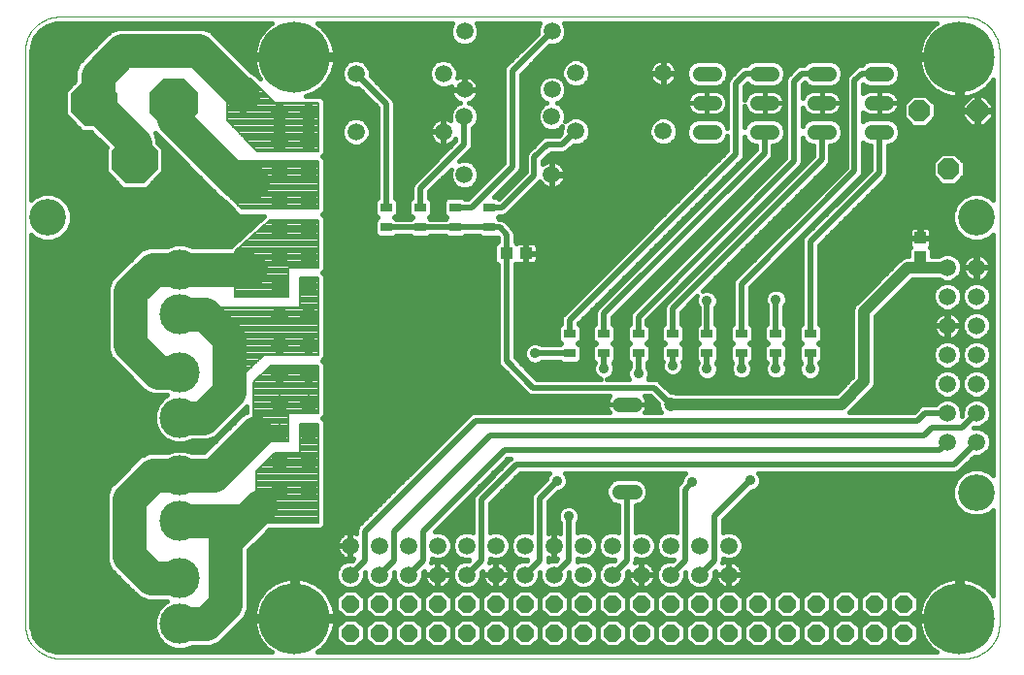
<source format=gtl>
G75*
%MOIN*%
%OFA0B0*%
%FSLAX24Y24*%
%IPPOS*%
%LPD*%
%AMOC8*
5,1,8,0,0,1.08239X$1,22.5*
%
%ADD10C,0.0039*%
%ADD11C,0.0594*%
%ADD12R,0.0400X0.0300*%
%ADD13OC8,0.0709*%
%ADD14C,0.0515*%
%ADD15C,0.2441*%
%ADD16OC8,0.0600*%
%ADD17C,0.1378*%
%ADD18OC8,0.1660*%
%ADD19OC8,0.1575*%
%ADD20R,0.0394X0.0433*%
%ADD21R,0.0433X0.0394*%
%ADD22C,0.1260*%
%ADD23C,0.0472*%
%ADD24C,0.0394*%
%ADD25C,0.0197*%
%ADD26C,0.0157*%
%ADD27C,0.0356*%
%ADD28C,0.1181*%
%ADD29C,0.0079*%
D10*
X002290Y002124D02*
X033393Y002124D01*
X033459Y002126D01*
X033525Y002131D01*
X033591Y002141D01*
X033656Y002154D01*
X033720Y002170D01*
X033783Y002190D01*
X033845Y002214D01*
X033905Y002241D01*
X033964Y002271D01*
X034021Y002305D01*
X034076Y002342D01*
X034129Y002382D01*
X034180Y002424D01*
X034228Y002470D01*
X034274Y002518D01*
X034316Y002569D01*
X034356Y002622D01*
X034393Y002677D01*
X034427Y002734D01*
X034457Y002793D01*
X034484Y002853D01*
X034508Y002915D01*
X034528Y002978D01*
X034544Y003042D01*
X034557Y003107D01*
X034567Y003173D01*
X034572Y003239D01*
X034574Y003305D01*
X034574Y022990D01*
X034572Y023056D01*
X034567Y023122D01*
X034557Y023188D01*
X034544Y023253D01*
X034528Y023317D01*
X034508Y023380D01*
X034484Y023442D01*
X034457Y023502D01*
X034427Y023561D01*
X034393Y023618D01*
X034356Y023673D01*
X034316Y023726D01*
X034274Y023777D01*
X034228Y023825D01*
X034180Y023871D01*
X034129Y023913D01*
X034076Y023953D01*
X034021Y023990D01*
X033964Y024024D01*
X033905Y024054D01*
X033845Y024081D01*
X033783Y024105D01*
X033720Y024125D01*
X033656Y024141D01*
X033591Y024154D01*
X033525Y024164D01*
X033459Y024169D01*
X033393Y024171D01*
X002290Y024171D01*
X002224Y024169D01*
X002158Y024164D01*
X002092Y024154D01*
X002027Y024141D01*
X001963Y024125D01*
X001900Y024105D01*
X001838Y024081D01*
X001778Y024054D01*
X001719Y024024D01*
X001662Y023990D01*
X001607Y023953D01*
X001554Y023913D01*
X001503Y023871D01*
X001455Y023825D01*
X001409Y023777D01*
X001367Y023726D01*
X001327Y023673D01*
X001290Y023618D01*
X001256Y023561D01*
X001226Y023502D01*
X001199Y023442D01*
X001175Y023380D01*
X001155Y023317D01*
X001139Y023253D01*
X001126Y023188D01*
X001116Y023122D01*
X001111Y023056D01*
X001109Y022990D01*
X001109Y003305D01*
X001111Y003239D01*
X001116Y003173D01*
X001126Y003107D01*
X001139Y003042D01*
X001155Y002978D01*
X001175Y002915D01*
X001199Y002853D01*
X001226Y002793D01*
X001256Y002734D01*
X001290Y002677D01*
X001327Y002622D01*
X001367Y002569D01*
X001409Y002518D01*
X001455Y002470D01*
X001503Y002424D01*
X001554Y002382D01*
X001607Y002342D01*
X001662Y002305D01*
X001719Y002271D01*
X001778Y002241D01*
X001838Y002214D01*
X001900Y002190D01*
X001963Y002170D01*
X002027Y002154D01*
X002092Y002141D01*
X002158Y002131D01*
X002224Y002126D01*
X002290Y002124D01*
D11*
X009861Y007876D03*
X010861Y007876D03*
X010861Y008876D03*
X009861Y008876D03*
X009861Y009876D03*
X010861Y009876D03*
X010861Y010876D03*
X009861Y010876D03*
X009861Y011876D03*
X010861Y011876D03*
X010861Y012876D03*
X009861Y012876D03*
X009861Y013876D03*
X010861Y013876D03*
X010861Y014876D03*
X009861Y014876D03*
X009861Y015876D03*
X010861Y015876D03*
X010861Y016876D03*
X009861Y016876D03*
X009861Y017876D03*
X010861Y017876D03*
X010861Y018876D03*
X009861Y018876D03*
X009861Y019876D03*
X010861Y019876D03*
X010861Y020876D03*
X009861Y020876D03*
X012475Y020222D03*
X012475Y022222D03*
X015475Y022222D03*
X016204Y021671D03*
X016200Y020754D03*
X015475Y020222D03*
X016200Y018754D03*
X019200Y018754D03*
X020023Y020246D03*
X019200Y020754D03*
X019204Y021671D03*
X020023Y022246D03*
X019204Y023671D03*
X016204Y023671D03*
X023023Y022246D03*
X023023Y020246D03*
X032786Y015557D03*
X032786Y014557D03*
X033786Y014557D03*
X033786Y015557D03*
X033786Y013557D03*
X032786Y013557D03*
X032786Y012557D03*
X032786Y011557D03*
X033786Y011557D03*
X033786Y012557D03*
X033786Y010557D03*
X032786Y010557D03*
X032786Y009557D03*
X033786Y009557D03*
X025279Y006002D03*
X024279Y006002D03*
X024279Y005002D03*
X025279Y005002D03*
X023279Y005002D03*
X023279Y006002D03*
X022279Y006002D03*
X021279Y006002D03*
X021279Y005002D03*
X022279Y005002D03*
X020279Y005002D03*
X020279Y006002D03*
X019279Y006002D03*
X018279Y006002D03*
X018279Y005002D03*
X019279Y005002D03*
X017279Y005002D03*
X017279Y006002D03*
X016279Y006002D03*
X015279Y006002D03*
X015279Y005002D03*
X016279Y005002D03*
X014279Y005002D03*
X013279Y005002D03*
X013279Y006002D03*
X014279Y006002D03*
X012279Y006002D03*
X012279Y005002D03*
D12*
X019810Y012606D03*
X019810Y013295D03*
X020991Y013295D03*
X020991Y012606D03*
X022172Y012606D03*
X022172Y013295D03*
X023353Y013295D03*
X023353Y012606D03*
X024534Y012606D03*
X024534Y013295D03*
X025716Y013295D03*
X025716Y012606D03*
X026897Y012606D03*
X026897Y013295D03*
X028078Y013295D03*
X028078Y012606D03*
X017054Y016937D03*
X017054Y017626D03*
X015873Y017626D03*
X015873Y016937D03*
X014692Y016937D03*
X014692Y017626D03*
X013511Y017626D03*
X013511Y016937D03*
D13*
X031822Y020943D03*
X033822Y020943D03*
X032822Y018943D03*
D14*
X030697Y020218D02*
X030182Y020218D01*
X030182Y021218D02*
X030697Y021218D01*
X030697Y022218D02*
X030182Y022218D01*
X028729Y022218D02*
X028214Y022218D01*
X028214Y021218D02*
X028729Y021218D01*
X028729Y020218D02*
X028214Y020218D01*
X026760Y020218D02*
X026245Y020218D01*
X026245Y021218D02*
X026760Y021218D01*
X026760Y022218D02*
X026245Y022218D01*
X024792Y022218D02*
X024277Y022218D01*
X024277Y021218D02*
X024792Y021218D01*
X024792Y020218D02*
X024277Y020218D01*
X022036Y010852D02*
X021521Y010852D01*
X021521Y007852D02*
X022036Y007852D01*
D15*
X033196Y003502D03*
X010361Y003502D03*
X010361Y022793D03*
X033196Y022793D03*
D16*
X031279Y004002D03*
X030279Y004002D03*
X029279Y004002D03*
X028279Y004002D03*
X027279Y004002D03*
X026279Y004002D03*
X025279Y004002D03*
X024279Y004002D03*
X023279Y004002D03*
X022279Y004002D03*
X021279Y004002D03*
X020279Y004002D03*
X019279Y004002D03*
X018279Y004002D03*
X017279Y004002D03*
X016279Y004002D03*
X015279Y004002D03*
X014279Y004002D03*
X013279Y004002D03*
X012279Y004002D03*
X012279Y003002D03*
X013279Y003002D03*
X014279Y003002D03*
X015279Y003002D03*
X016279Y003002D03*
X017279Y003002D03*
X018279Y003002D03*
X019279Y003002D03*
X020279Y003002D03*
X021279Y003002D03*
X022279Y003002D03*
X023279Y003002D03*
X024279Y003002D03*
X025279Y003002D03*
X026279Y003002D03*
X027279Y003002D03*
X028279Y003002D03*
X029279Y003002D03*
X030279Y003002D03*
X031279Y003002D03*
D17*
X006424Y003313D03*
X006424Y004872D03*
X006424Y006856D03*
X006424Y008415D03*
X006424Y010400D03*
X006424Y011959D03*
X006424Y013943D03*
X006424Y015502D03*
D18*
X006227Y021218D03*
D19*
X004869Y019250D03*
X003471Y021218D03*
D20*
X031853Y016573D03*
X031853Y015903D03*
D21*
X018310Y016045D03*
X017641Y016045D03*
D22*
X001897Y017281D03*
X033786Y017281D03*
X033786Y007833D03*
D23*
X023286Y010860D03*
D24*
X029149Y010860D01*
X029928Y011640D01*
X029928Y014057D01*
X031428Y015557D01*
X031814Y015557D01*
X032786Y015557D01*
X010861Y019876D02*
X010861Y020876D01*
X009861Y020876D02*
X009861Y019876D01*
D25*
X012475Y022222D02*
X013511Y021187D01*
X013511Y017626D01*
X013511Y016937D02*
X014692Y016937D01*
X015873Y016937D01*
X017054Y016937D01*
X017056Y016939D01*
X017405Y016939D01*
X017645Y016699D01*
X017645Y016049D01*
X017641Y016045D01*
X017641Y012348D01*
X018558Y011431D01*
X022716Y011431D01*
X023286Y010860D01*
X022176Y011911D02*
X022176Y012602D01*
X022172Y012606D01*
X022172Y013295D02*
X022172Y013864D01*
X027515Y019207D01*
X027515Y021959D01*
X027775Y022218D01*
X028471Y022218D01*
X029597Y021978D02*
X029597Y018880D01*
X025716Y014998D01*
X025716Y013295D01*
X025716Y012606D02*
X025716Y012081D01*
X024534Y012073D02*
X024534Y012606D01*
X024534Y013295D02*
X024534Y014407D01*
X024527Y014415D01*
X023353Y014155D02*
X028471Y019274D01*
X028471Y020218D01*
X030440Y020218D02*
X030440Y018809D01*
X028078Y016447D01*
X028078Y013295D01*
X028078Y012606D02*
X028078Y012077D01*
X028074Y012073D01*
X026897Y012081D02*
X026897Y012606D01*
X026897Y013295D02*
X026897Y014455D01*
X026901Y014459D01*
X023353Y014155D02*
X023353Y013295D01*
X023353Y012606D02*
X023353Y012191D01*
X023349Y012187D01*
X020991Y012092D02*
X020991Y012606D01*
X020991Y013295D02*
X020991Y013974D01*
X026503Y019486D01*
X026503Y020218D01*
X025523Y019459D02*
X019810Y013746D01*
X019810Y013295D01*
X019808Y012608D02*
X018625Y012608D01*
X019808Y012608D02*
X019810Y012606D01*
X016570Y010293D02*
X031763Y010293D01*
X032027Y010557D01*
X032786Y010557D01*
X033282Y010053D02*
X032243Y010053D01*
X031987Y009797D01*
X017074Y009797D01*
X013779Y006502D01*
X013779Y005502D01*
X013279Y005002D01*
X012779Y005502D02*
X012779Y006502D01*
X016570Y010293D01*
X017570Y009293D02*
X032523Y009293D01*
X032786Y009557D01*
X033282Y010053D02*
X033786Y010557D01*
X033786Y009557D02*
X033011Y008781D01*
X017979Y008781D01*
X016779Y007581D01*
X016779Y005502D01*
X016279Y005002D01*
X014779Y005502D02*
X014779Y006502D01*
X017570Y009293D01*
X018779Y007632D02*
X019377Y008230D01*
X018779Y007632D02*
X018779Y005502D01*
X018279Y005002D01*
X019279Y005002D02*
X019779Y005502D01*
X019779Y007010D01*
X021779Y007852D02*
X021779Y005502D01*
X021279Y005002D01*
X023279Y005002D02*
X023282Y005002D01*
X023771Y005490D01*
X023771Y007931D01*
X024034Y008195D01*
X024779Y007006D02*
X026015Y008242D01*
X024779Y007006D02*
X024779Y005502D01*
X024279Y005002D01*
X014779Y005502D02*
X014279Y005002D01*
X012779Y005502D02*
X012279Y005002D01*
X014692Y017626D02*
X014692Y018301D01*
X016190Y019799D01*
X016190Y020744D01*
X016200Y020754D01*
X017849Y022317D02*
X017849Y019029D01*
X016446Y017626D01*
X015873Y017626D01*
X017054Y017626D02*
X017497Y017626D01*
X018597Y018726D01*
X018597Y019337D01*
X019050Y019789D01*
X019566Y019789D01*
X020023Y020246D01*
X017849Y022317D02*
X019204Y023671D01*
X025523Y021896D02*
X025523Y019459D01*
X025523Y021896D02*
X025845Y022218D01*
X026503Y022218D01*
X029597Y021978D02*
X029838Y022218D01*
X030440Y022218D01*
X031853Y015903D02*
X031853Y015596D01*
X031814Y015557D01*
D26*
X031591Y015163D02*
X032482Y015163D01*
X032507Y015138D01*
X032688Y015063D01*
X032885Y015063D01*
X033066Y015138D01*
X033205Y015277D01*
X033280Y015459D01*
X033280Y015655D01*
X033205Y015837D01*
X033066Y015976D01*
X032885Y016051D01*
X032688Y016051D01*
X032507Y015976D01*
X032482Y015951D01*
X032247Y015951D01*
X032247Y016202D01*
X032196Y016252D01*
X032217Y016287D01*
X032229Y016333D01*
X032229Y016553D01*
X031873Y016553D01*
X031873Y016592D01*
X032229Y016592D01*
X032229Y016813D01*
X032217Y016858D01*
X032193Y016899D01*
X032160Y016932D01*
X032119Y016956D01*
X032074Y016968D01*
X031873Y016968D01*
X031873Y016592D01*
X031834Y016592D01*
X031834Y016553D01*
X031478Y016553D01*
X031478Y016333D01*
X031490Y016287D01*
X031510Y016252D01*
X031460Y016202D01*
X031460Y015951D01*
X031350Y015951D01*
X031205Y015891D01*
X031094Y015780D01*
X029705Y014391D01*
X029594Y014280D01*
X029534Y014135D01*
X029534Y011803D01*
X028986Y011254D01*
X023468Y011254D01*
X023373Y011293D01*
X023271Y011293D01*
X022966Y011598D01*
X022883Y011681D01*
X022774Y011726D01*
X022505Y011726D01*
X022551Y011837D01*
X022551Y011986D01*
X022494Y012124D01*
X022471Y012146D01*
X022471Y012277D01*
X022569Y012375D01*
X022569Y012838D01*
X022456Y012951D01*
X022569Y013064D01*
X022569Y013527D01*
X022468Y013628D01*
X022468Y013742D01*
X027765Y019039D01*
X027810Y019148D01*
X027810Y020006D01*
X027829Y019961D01*
X027957Y019833D01*
X028124Y019764D01*
X028176Y019764D01*
X028176Y019396D01*
X023103Y014323D01*
X023058Y014214D01*
X023058Y013628D01*
X022956Y013527D01*
X022956Y013064D01*
X023069Y012951D01*
X022956Y012838D01*
X022956Y012375D01*
X023002Y012329D01*
X022974Y012262D01*
X022974Y012112D01*
X023032Y011975D01*
X023137Y011869D01*
X023275Y011812D01*
X023424Y011812D01*
X023562Y011869D01*
X023667Y011975D01*
X023724Y012112D01*
X023724Y012262D01*
X023699Y012323D01*
X023750Y012375D01*
X023750Y012838D01*
X023637Y012951D01*
X023750Y013064D01*
X023750Y013527D01*
X023649Y013628D01*
X023649Y014033D01*
X024184Y014569D01*
X024152Y014490D01*
X024152Y014341D01*
X024209Y014203D01*
X024239Y014172D01*
X024239Y013628D01*
X024138Y013527D01*
X024138Y013064D01*
X024251Y012951D01*
X024138Y012838D01*
X024138Y012375D01*
X024222Y012290D01*
X024217Y012285D01*
X024159Y012147D01*
X024159Y011998D01*
X024217Y011860D01*
X024322Y011755D01*
X024460Y011698D01*
X024609Y011698D01*
X024747Y011755D01*
X024852Y011860D01*
X024909Y011998D01*
X024909Y012147D01*
X024852Y012285D01*
X024847Y012290D01*
X024931Y012375D01*
X024931Y012838D01*
X024818Y012951D01*
X024931Y013064D01*
X024931Y013527D01*
X024830Y013628D01*
X024830Y014188D01*
X024844Y014203D01*
X024902Y014341D01*
X024902Y014490D01*
X024844Y014628D01*
X024739Y014733D01*
X024601Y014790D01*
X024452Y014790D01*
X024373Y014758D01*
X028639Y019023D01*
X028722Y019106D01*
X028767Y019215D01*
X028767Y019764D01*
X028819Y019764D01*
X028986Y019833D01*
X029114Y019961D01*
X029183Y020128D01*
X029183Y020309D01*
X029114Y020476D01*
X028986Y020604D01*
X028819Y020673D01*
X028124Y020673D01*
X027957Y020604D01*
X027829Y020476D01*
X027810Y020430D01*
X027810Y021050D01*
X027841Y020990D01*
X027881Y020934D01*
X027930Y020886D01*
X027985Y020845D01*
X028047Y020814D01*
X028112Y020793D01*
X028180Y020782D01*
X028471Y020782D01*
X028471Y021218D01*
X028471Y021218D01*
X028471Y020782D01*
X028763Y020782D01*
X028831Y020793D01*
X028896Y020814D01*
X028958Y020845D01*
X029013Y020886D01*
X029062Y020934D01*
X029102Y020990D01*
X029133Y021051D01*
X029154Y021116D01*
X029165Y021184D01*
X029165Y021218D01*
X028471Y021218D01*
X028471Y021655D01*
X028180Y021655D01*
X028112Y021644D01*
X028047Y021623D01*
X027985Y021592D01*
X027930Y021551D01*
X027881Y021503D01*
X027841Y021447D01*
X027810Y021387D01*
X027810Y021836D01*
X027882Y021908D01*
X027957Y021833D01*
X028124Y021764D01*
X028819Y021764D01*
X028986Y021833D01*
X029114Y021961D01*
X029183Y022128D01*
X029183Y022309D01*
X029114Y022476D01*
X028986Y022604D01*
X028819Y022673D01*
X028124Y022673D01*
X027957Y022604D01*
X027867Y022514D01*
X027716Y022514D01*
X027607Y022469D01*
X027348Y022209D01*
X027264Y022126D01*
X027219Y022017D01*
X027219Y019329D01*
X022005Y014114D01*
X021922Y014031D01*
X021877Y013923D01*
X021877Y013628D01*
X021775Y013527D01*
X021775Y013064D01*
X021888Y012951D01*
X021775Y012838D01*
X021775Y012375D01*
X021881Y012269D01*
X021881Y012146D01*
X021858Y012124D01*
X021801Y011986D01*
X021801Y011837D01*
X021847Y011726D01*
X021087Y011726D01*
X021204Y011775D01*
X021309Y011880D01*
X021366Y012018D01*
X021366Y012167D01*
X021312Y012298D01*
X021388Y012375D01*
X021388Y012838D01*
X021275Y012951D01*
X021388Y013064D01*
X021388Y013527D01*
X021286Y013628D01*
X021286Y013852D01*
X026670Y019236D01*
X026753Y019319D01*
X026798Y019427D01*
X026798Y019764D01*
X026851Y019764D01*
X027018Y019833D01*
X027146Y019961D01*
X027215Y020128D01*
X027215Y020309D01*
X027146Y020476D01*
X027018Y020604D01*
X026851Y020673D01*
X026155Y020673D01*
X025988Y020604D01*
X025860Y020476D01*
X025818Y020373D01*
X025818Y021129D01*
X025820Y021116D01*
X025841Y021051D01*
X025872Y020990D01*
X025913Y020934D01*
X025961Y020886D01*
X026017Y020845D01*
X026078Y020814D01*
X026143Y020793D01*
X026211Y020782D01*
X026503Y020782D01*
X026795Y020782D01*
X026863Y020793D01*
X026928Y020814D01*
X026989Y020845D01*
X027045Y020886D01*
X027093Y020934D01*
X027134Y020990D01*
X027165Y021051D01*
X027186Y021116D01*
X027197Y021184D01*
X027197Y021218D01*
X026503Y021218D01*
X026503Y020782D01*
X026503Y021218D01*
X026503Y021218D01*
X026503Y021218D01*
X027197Y021218D01*
X027197Y021253D01*
X027186Y021321D01*
X027165Y021386D01*
X027134Y021447D01*
X027093Y021503D01*
X027045Y021551D01*
X026989Y021592D01*
X026928Y021623D01*
X026863Y021644D01*
X026795Y021655D01*
X026503Y021655D01*
X026503Y021218D01*
X026503Y021218D01*
X026503Y021655D01*
X026211Y021655D01*
X026143Y021644D01*
X026078Y021623D01*
X026017Y021592D01*
X025961Y021551D01*
X025913Y021503D01*
X025872Y021447D01*
X025841Y021386D01*
X025820Y021321D01*
X025818Y021307D01*
X025818Y021773D01*
X025933Y021888D01*
X025988Y021833D01*
X026155Y021764D01*
X026851Y021764D01*
X027018Y021833D01*
X027146Y021961D01*
X027215Y022128D01*
X027215Y022309D01*
X027146Y022476D01*
X027018Y022604D01*
X026851Y022673D01*
X026155Y022673D01*
X025988Y022604D01*
X025898Y022514D01*
X025787Y022514D01*
X025678Y022469D01*
X025595Y022386D01*
X025595Y022386D01*
X025355Y022146D01*
X025272Y022063D01*
X025227Y021954D01*
X025227Y021258D01*
X025217Y021321D01*
X025196Y021386D01*
X025165Y021447D01*
X025125Y021503D01*
X025076Y021551D01*
X025021Y021592D01*
X024959Y021623D01*
X024894Y021644D01*
X024826Y021655D01*
X024534Y021655D01*
X024243Y021655D01*
X024175Y021644D01*
X024110Y021623D01*
X024048Y021592D01*
X023993Y021551D01*
X023944Y021503D01*
X023904Y021447D01*
X023873Y021386D01*
X023851Y021321D01*
X023841Y021253D01*
X023841Y021218D01*
X023841Y021184D01*
X023851Y021116D01*
X023873Y021051D01*
X023904Y020990D01*
X023944Y020934D01*
X023993Y020886D01*
X024048Y020845D01*
X024110Y020814D01*
X024175Y020793D01*
X024243Y020782D01*
X024534Y020782D01*
X024534Y021218D01*
X024534Y021218D01*
X023841Y021218D01*
X024534Y021218D01*
X024534Y021218D01*
X024534Y020782D01*
X024826Y020782D01*
X024894Y020793D01*
X024959Y020814D01*
X025021Y020845D01*
X025076Y020886D01*
X025125Y020934D01*
X025165Y020990D01*
X025196Y021051D01*
X025217Y021116D01*
X025227Y021179D01*
X025227Y020354D01*
X025177Y020476D01*
X025049Y020604D01*
X024882Y020673D01*
X024187Y020673D01*
X024020Y020604D01*
X023892Y020476D01*
X023823Y020309D01*
X023823Y020128D01*
X023892Y019961D01*
X024020Y019833D01*
X024187Y019764D01*
X024882Y019764D01*
X025049Y019833D01*
X025177Y019961D01*
X025227Y020082D01*
X025227Y019581D01*
X019643Y013996D01*
X019560Y013913D01*
X019515Y013805D01*
X019515Y013628D01*
X019413Y013527D01*
X019413Y013064D01*
X019526Y012951D01*
X019479Y012903D01*
X018860Y012903D01*
X018837Y012926D01*
X018700Y012983D01*
X018550Y012983D01*
X018413Y012926D01*
X018307Y012821D01*
X018250Y012683D01*
X018250Y012534D01*
X018307Y012396D01*
X018413Y012290D01*
X018550Y012233D01*
X018700Y012233D01*
X018837Y012290D01*
X018860Y012313D01*
X019475Y012313D01*
X019529Y012259D01*
X020092Y012259D01*
X020207Y012375D01*
X020207Y012838D01*
X020094Y012951D01*
X020207Y013064D01*
X020207Y013527D01*
X020108Y013626D01*
X025773Y019291D01*
X025818Y019400D01*
X025818Y020063D01*
X025860Y019961D01*
X025988Y019833D01*
X026155Y019764D01*
X026208Y019764D01*
X026208Y019608D01*
X020741Y014142D01*
X020696Y014033D01*
X020696Y013628D01*
X020594Y013527D01*
X020594Y013064D01*
X020707Y012951D01*
X020594Y012838D01*
X020594Y012375D01*
X020671Y012298D01*
X020616Y012167D01*
X020616Y012018D01*
X020673Y011880D01*
X020779Y011775D01*
X020895Y011726D01*
X018680Y011726D01*
X017936Y012471D01*
X017936Y015652D01*
X017939Y015652D01*
X017989Y015702D01*
X018025Y015682D01*
X018070Y015670D01*
X018290Y015670D01*
X018290Y016026D01*
X018330Y016026D01*
X018330Y016065D01*
X018705Y016065D01*
X018705Y016266D01*
X018693Y016311D01*
X018670Y016352D01*
X018636Y016385D01*
X018596Y016409D01*
X018550Y016421D01*
X018330Y016421D01*
X018330Y016065D01*
X018290Y016065D01*
X018290Y016421D01*
X018070Y016421D01*
X018025Y016409D01*
X017989Y016388D01*
X017940Y016438D01*
X017940Y016757D01*
X017895Y016866D01*
X017812Y016949D01*
X017655Y017106D01*
X017572Y017189D01*
X017463Y017234D01*
X017385Y017234D01*
X017338Y017281D01*
X017387Y017331D01*
X017556Y017331D01*
X017664Y017376D01*
X018765Y018476D01*
X018793Y018504D01*
X018837Y018444D01*
X018890Y018391D01*
X018951Y018347D01*
X019017Y018313D01*
X019088Y018290D01*
X019162Y018278D01*
X019180Y018278D01*
X019180Y018734D01*
X019219Y018734D01*
X019219Y018278D01*
X019237Y018278D01*
X019311Y018290D01*
X019382Y018313D01*
X019449Y018347D01*
X019510Y018391D01*
X019563Y018444D01*
X019607Y018505D01*
X019641Y018571D01*
X019664Y018643D01*
X024289Y018643D01*
X024133Y018487D02*
X019594Y018487D01*
X019664Y018643D02*
X019675Y018716D01*
X019675Y018734D01*
X019219Y018734D01*
X019219Y018774D01*
X019180Y018774D01*
X019180Y019229D01*
X019162Y019229D01*
X019088Y019218D01*
X019017Y019195D01*
X018951Y019161D01*
X018893Y019119D01*
X018893Y019214D01*
X019173Y019494D01*
X019625Y019494D01*
X019733Y019539D01*
X019947Y019752D01*
X020121Y019752D01*
X020302Y019827D01*
X020441Y019966D01*
X020516Y020148D01*
X020516Y020344D01*
X020441Y020526D01*
X020302Y020665D01*
X020121Y020740D01*
X019924Y020740D01*
X019743Y020665D01*
X019665Y020586D01*
X019694Y020656D01*
X019694Y020852D01*
X019618Y021034D01*
X019479Y021172D01*
X019385Y021212D01*
X019483Y021253D01*
X019622Y021392D01*
X019697Y021573D01*
X019697Y021769D01*
X019624Y021946D01*
X019743Y021827D01*
X019924Y021752D01*
X020121Y021752D01*
X020302Y021827D01*
X020441Y021966D01*
X020516Y022148D01*
X020516Y022344D01*
X020441Y022526D01*
X020302Y022665D01*
X020121Y022740D01*
X019924Y022740D01*
X019743Y022665D01*
X019604Y022526D01*
X019529Y022344D01*
X019529Y022148D01*
X019602Y021971D01*
X019483Y022090D01*
X019302Y022165D01*
X019106Y022165D01*
X018924Y022090D01*
X018785Y021951D01*
X018710Y021769D01*
X018710Y021573D01*
X018785Y021392D01*
X018924Y021253D01*
X019019Y021213D01*
X018920Y021172D01*
X018781Y021034D01*
X018706Y020852D01*
X018706Y020656D01*
X018781Y020474D01*
X018920Y020335D01*
X019102Y020260D01*
X019298Y020260D01*
X019479Y020335D01*
X019558Y020414D01*
X019529Y020344D01*
X019529Y020170D01*
X019444Y020085D01*
X018991Y020085D01*
X018883Y020040D01*
X018800Y019957D01*
X018347Y019504D01*
X018302Y019395D01*
X018302Y018849D01*
X017381Y017927D01*
X017336Y017973D01*
X017210Y017973D01*
X018017Y018779D01*
X018100Y018862D01*
X018145Y018971D01*
X018145Y022195D01*
X019128Y023177D01*
X019302Y023177D01*
X019483Y023253D01*
X019622Y023392D01*
X019697Y023573D01*
X019697Y023769D01*
X019622Y023951D01*
X019618Y023955D01*
X032416Y023955D01*
X032361Y023918D01*
X032255Y023831D01*
X032158Y023734D01*
X032071Y023628D01*
X031994Y023513D01*
X031929Y023392D01*
X031877Y023265D01*
X031837Y023134D01*
X031810Y022999D01*
X031798Y022872D01*
X033117Y022872D01*
X033117Y022715D01*
X031798Y022715D01*
X031810Y022588D01*
X031837Y022453D01*
X031877Y022321D01*
X031929Y022194D01*
X031994Y022073D01*
X032071Y021959D01*
X032158Y021852D01*
X032255Y021755D01*
X032361Y021668D01*
X032476Y021592D01*
X032597Y021527D01*
X032724Y021474D01*
X032855Y021434D01*
X032990Y021408D01*
X033117Y021395D01*
X033117Y022714D01*
X033275Y022714D01*
X033275Y021395D01*
X033401Y021408D01*
X033536Y021434D01*
X033570Y021444D01*
X033289Y021164D01*
X033289Y020982D01*
X033782Y020982D01*
X033782Y020903D01*
X033861Y020903D01*
X033861Y020410D01*
X034043Y020410D01*
X034355Y020722D01*
X034355Y020903D01*
X033861Y020903D01*
X033861Y020982D01*
X033782Y020982D01*
X033782Y021476D01*
X033672Y021476D01*
X033795Y021527D01*
X033916Y021592D01*
X034030Y021668D01*
X034137Y021755D01*
X034234Y021852D01*
X034321Y021959D01*
X034357Y022013D01*
X034357Y017880D01*
X034255Y017982D01*
X033951Y018108D01*
X033622Y018108D01*
X033318Y017982D01*
X033086Y017750D01*
X032960Y017446D01*
X032960Y017117D01*
X033086Y016813D01*
X033318Y016581D01*
X033622Y016455D01*
X033951Y016455D01*
X034255Y016581D01*
X034357Y016683D01*
X034357Y008431D01*
X034255Y008534D01*
X033951Y008659D01*
X033622Y008659D01*
X033318Y008534D01*
X033086Y008301D01*
X032960Y007997D01*
X032960Y007668D01*
X033086Y007364D01*
X033318Y007132D01*
X033622Y007006D01*
X033951Y007006D01*
X034255Y007132D01*
X034357Y007234D01*
X034357Y004282D01*
X034321Y004336D01*
X034234Y004443D01*
X034137Y004540D01*
X034030Y004627D01*
X033916Y004703D01*
X033795Y004768D01*
X033668Y004821D01*
X033536Y004861D01*
X033401Y004888D01*
X033275Y004900D01*
X033275Y003581D01*
X033117Y003581D01*
X033117Y004900D01*
X032990Y004888D01*
X032855Y004861D01*
X032724Y004821D01*
X032597Y004768D01*
X032476Y004703D01*
X032361Y004627D01*
X032255Y004540D01*
X032158Y004443D01*
X032071Y004336D01*
X031994Y004222D01*
X031929Y004101D01*
X031877Y003974D01*
X031837Y003842D01*
X031810Y003707D01*
X031798Y003581D01*
X033117Y003581D01*
X033117Y003423D01*
X031798Y003423D01*
X031810Y003296D01*
X031837Y003162D01*
X031877Y003030D01*
X031929Y002903D01*
X031994Y002782D01*
X032071Y002667D01*
X032158Y002561D01*
X032255Y002464D01*
X032361Y002377D01*
X032416Y002340D01*
X011142Y002340D01*
X011196Y002377D01*
X011302Y002464D01*
X011399Y002561D01*
X011486Y002667D01*
X011563Y002782D01*
X011628Y002903D01*
X011680Y003030D01*
X011720Y003162D01*
X011747Y003296D01*
X011759Y003423D01*
X010440Y003423D01*
X010440Y003581D01*
X010282Y003581D01*
X010282Y003423D01*
X008963Y003423D01*
X008975Y003296D01*
X009002Y003162D01*
X009042Y003030D01*
X009095Y002903D01*
X009160Y002782D01*
X009236Y002667D01*
X009323Y002561D01*
X009420Y002464D01*
X009527Y002377D01*
X009581Y002340D01*
X002290Y002340D01*
X002139Y002352D01*
X001852Y002446D01*
X001608Y002623D01*
X001431Y002867D01*
X001338Y003154D01*
X001326Y003305D01*
X001326Y016683D01*
X001428Y016581D01*
X001732Y016455D01*
X002061Y016455D01*
X002365Y016581D01*
X002598Y016813D01*
X002723Y017117D01*
X002723Y017446D01*
X002598Y017750D01*
X002365Y017982D01*
X002061Y018108D01*
X001732Y018108D01*
X001428Y017982D01*
X001326Y017880D01*
X001326Y022990D01*
X001338Y023141D01*
X001431Y023428D01*
X001608Y023672D01*
X001852Y023850D01*
X002139Y023943D01*
X002290Y023955D01*
X009581Y023955D01*
X009527Y023918D01*
X009420Y023831D01*
X009323Y023734D01*
X009236Y023628D01*
X009160Y023513D01*
X009095Y023392D01*
X009042Y023265D01*
X009002Y023134D01*
X008975Y022999D01*
X008963Y022872D01*
X010282Y022872D01*
X010282Y022715D01*
X008963Y022715D01*
X008975Y022588D01*
X009002Y022453D01*
X009042Y022321D01*
X009095Y022194D01*
X009160Y022073D01*
X009179Y022045D01*
X009009Y022212D01*
X008942Y022280D01*
X008939Y022280D01*
X008938Y022282D01*
X008900Y022282D01*
X007730Y023452D01*
X007508Y023673D01*
X007219Y023793D01*
X004307Y023793D01*
X004018Y023673D01*
X003796Y023452D01*
X002950Y022605D01*
X002830Y022316D01*
X002830Y021969D01*
X002487Y021626D01*
X002487Y020811D01*
X003064Y020234D01*
X003342Y020234D01*
X003902Y019675D01*
X003885Y019658D01*
X003885Y018842D01*
X004461Y018266D01*
X005277Y018266D01*
X005853Y018842D01*
X005853Y019658D01*
X005656Y019854D01*
X005656Y019977D01*
X005575Y020175D01*
X007690Y018060D01*
X007911Y017838D01*
X007973Y017813D01*
X008387Y017402D01*
X008456Y017333D01*
X008457Y017333D01*
X008457Y017332D01*
X008555Y017333D01*
X009321Y017333D01*
X008243Y016360D01*
X008236Y016360D01*
X008171Y016295D01*
X008164Y016289D01*
X006838Y016289D01*
X006600Y016388D01*
X006248Y016388D01*
X006010Y016289D01*
X005358Y016289D01*
X005069Y016169D01*
X004847Y015948D01*
X004060Y015161D01*
X003940Y014871D01*
X003940Y012755D01*
X004060Y012465D01*
X004281Y012244D01*
X005234Y011291D01*
X005523Y011171D01*
X005972Y011171D01*
X005922Y011151D01*
X005673Y010901D01*
X005538Y010576D01*
X005538Y010223D01*
X005673Y009898D01*
X005922Y009649D01*
X006248Y009514D01*
X006600Y009514D01*
X006838Y009612D01*
X007372Y009612D01*
X007662Y009732D01*
X008559Y010630D01*
X008708Y010779D01*
X008708Y010591D01*
X008592Y010543D01*
X007252Y009203D01*
X006838Y009203D01*
X006600Y009301D01*
X006248Y009301D01*
X006010Y009203D01*
X005350Y009203D01*
X005061Y009083D01*
X004246Y008268D01*
X004024Y008046D01*
X003905Y007757D01*
X003905Y005491D01*
X004024Y005202D01*
X004526Y004700D01*
X004733Y004493D01*
X005021Y004204D01*
X005311Y004085D01*
X005972Y004085D01*
X005922Y004064D01*
X005673Y003815D01*
X005538Y003489D01*
X005538Y003137D01*
X005673Y002811D01*
X005922Y002562D01*
X006248Y002427D01*
X006600Y002427D01*
X006838Y002526D01*
X007490Y002526D01*
X007780Y002645D01*
X008445Y003311D01*
X008667Y003532D01*
X008786Y003822D01*
X008786Y005837D01*
X009114Y006165D01*
X009336Y006387D01*
X009487Y006537D01*
X011270Y006537D01*
X011408Y006676D01*
X011408Y010273D01*
X011311Y010370D01*
X011408Y010467D01*
X011408Y012277D01*
X011317Y012368D01*
X011408Y012459D01*
X011408Y015301D01*
X011327Y015382D01*
X011408Y015463D01*
X011408Y017277D01*
X011311Y017374D01*
X011408Y017471D01*
X011408Y019308D01*
X011329Y019388D01*
X011408Y019467D01*
X011408Y021312D01*
X011270Y021451D01*
X010756Y021451D01*
X010833Y021474D01*
X010960Y021527D01*
X011081Y021592D01*
X011196Y021668D01*
X011302Y021755D01*
X011399Y021852D01*
X011486Y021959D01*
X011563Y022073D01*
X011628Y022194D01*
X011680Y022321D01*
X011720Y022453D01*
X011747Y022588D01*
X011759Y022715D01*
X010440Y022715D01*
X010440Y022872D01*
X011759Y022872D01*
X011747Y022999D01*
X011720Y023134D01*
X011680Y023265D01*
X011628Y023392D01*
X011563Y023513D01*
X011486Y023628D01*
X011399Y023734D01*
X011302Y023831D01*
X011196Y023918D01*
X011142Y023955D01*
X015789Y023955D01*
X015785Y023951D01*
X015710Y023769D01*
X015710Y023573D01*
X015785Y023392D01*
X015924Y023253D01*
X016106Y023177D01*
X016302Y023177D01*
X016483Y023253D01*
X016622Y023392D01*
X016697Y023573D01*
X016697Y023769D01*
X016622Y023951D01*
X016618Y023955D01*
X018789Y023955D01*
X018785Y023951D01*
X018710Y023769D01*
X018710Y023595D01*
X017599Y022484D01*
X017554Y022376D01*
X017554Y019152D01*
X016324Y017921D01*
X016206Y017921D01*
X016155Y017973D01*
X015591Y017973D01*
X015476Y017857D01*
X015476Y017394D01*
X015589Y017281D01*
X015540Y017232D01*
X015025Y017232D01*
X014976Y017281D01*
X015089Y017394D01*
X015089Y017857D01*
X014987Y017959D01*
X014987Y018179D01*
X015738Y018930D01*
X015706Y018852D01*
X015706Y018656D01*
X015781Y018474D01*
X015920Y018335D01*
X016102Y018260D01*
X016298Y018260D01*
X016479Y018335D01*
X016618Y018474D01*
X016694Y018656D01*
X016694Y018852D01*
X016618Y019034D01*
X016479Y019172D01*
X016298Y019248D01*
X016102Y019248D01*
X016024Y019215D01*
X016357Y019549D01*
X016440Y019632D01*
X016485Y019740D01*
X016485Y020341D01*
X016618Y020474D01*
X016694Y020656D01*
X016694Y020852D01*
X016618Y021034D01*
X016479Y021172D01*
X016360Y021222D01*
X016386Y021230D01*
X016453Y021264D01*
X016514Y021308D01*
X016566Y021361D01*
X016611Y021422D01*
X016644Y021489D01*
X016668Y021560D01*
X016679Y021634D01*
X016679Y021652D01*
X016223Y021652D01*
X016223Y021691D01*
X016184Y021691D01*
X016184Y022147D01*
X016166Y022147D01*
X016092Y022135D01*
X016021Y022112D01*
X015954Y022078D01*
X015948Y022073D01*
X015969Y022124D01*
X015969Y022321D01*
X015894Y022502D01*
X015755Y022641D01*
X015574Y022716D01*
X015377Y022716D01*
X015196Y022641D01*
X015057Y022502D01*
X014982Y022321D01*
X014982Y022124D01*
X015057Y021943D01*
X015196Y021804D01*
X015377Y021729D01*
X015574Y021729D01*
X015745Y021800D01*
X015740Y021783D01*
X015728Y021709D01*
X015728Y021691D01*
X016184Y021691D01*
X016184Y021652D01*
X015728Y021652D01*
X015728Y021634D01*
X015740Y021560D01*
X015763Y021489D01*
X015797Y021422D01*
X015841Y021361D01*
X015894Y021308D01*
X015954Y021264D01*
X016021Y021230D01*
X016043Y021223D01*
X015920Y021172D01*
X015781Y021034D01*
X015706Y020852D01*
X015706Y020656D01*
X015715Y020634D01*
X015658Y020663D01*
X015587Y020686D01*
X015513Y020698D01*
X015495Y020698D01*
X015495Y020242D01*
X015456Y020242D01*
X015456Y020698D01*
X015438Y020698D01*
X015364Y020686D01*
X015293Y020663D01*
X015226Y020629D01*
X015166Y020585D01*
X015113Y020532D01*
X015069Y020472D01*
X015035Y020405D01*
X015012Y020334D01*
X015000Y020260D01*
X015000Y020242D01*
X015456Y020242D01*
X015456Y020203D01*
X013806Y020203D01*
X013806Y020359D02*
X015020Y020359D01*
X015000Y020203D02*
X015000Y020185D01*
X015012Y020111D01*
X015035Y020040D01*
X015069Y019973D01*
X015113Y019913D01*
X015166Y019860D01*
X015226Y019816D01*
X015293Y019782D01*
X015364Y019758D01*
X015438Y019747D01*
X015456Y019747D01*
X015456Y020203D01*
X015495Y020203D01*
X015495Y019747D01*
X015513Y019747D01*
X015587Y019758D01*
X015658Y019782D01*
X015725Y019816D01*
X015785Y019860D01*
X015838Y019913D01*
X015882Y019973D01*
X015895Y019998D01*
X015895Y019921D01*
X014442Y018468D01*
X014397Y018360D01*
X014397Y017959D01*
X014295Y017857D01*
X014295Y017394D01*
X014408Y017281D01*
X014359Y017232D01*
X013844Y017232D01*
X013795Y017281D01*
X013908Y017394D01*
X013908Y017857D01*
X013806Y017959D01*
X013806Y021246D01*
X013761Y021354D01*
X012969Y022146D01*
X012969Y022321D01*
X012894Y022502D01*
X012755Y022641D01*
X012574Y022716D01*
X012377Y022716D01*
X012196Y022641D01*
X012057Y022502D01*
X011982Y022321D01*
X011982Y022124D01*
X012057Y021943D01*
X012196Y021804D01*
X012377Y021729D01*
X012552Y021729D01*
X013216Y021065D01*
X013216Y017959D01*
X013114Y017857D01*
X013114Y017394D01*
X013227Y017281D01*
X013114Y017168D01*
X013114Y016705D01*
X013229Y016590D01*
X013792Y016590D01*
X013844Y016642D01*
X014359Y016642D01*
X014410Y016590D01*
X014973Y016590D01*
X015025Y016642D01*
X015540Y016642D01*
X015591Y016590D01*
X016155Y016590D01*
X016206Y016642D01*
X016721Y016642D01*
X016773Y016590D01*
X017336Y016590D01*
X017349Y016576D01*
X017349Y016439D01*
X017343Y016439D01*
X017227Y016324D01*
X017227Y015767D01*
X017343Y015652D01*
X017345Y015652D01*
X017345Y012290D01*
X017390Y012181D01*
X017473Y012098D01*
X017473Y012098D01*
X018308Y011264D01*
X018308Y011264D01*
X018391Y011181D01*
X018499Y011136D01*
X021188Y011136D01*
X021148Y011081D01*
X021117Y011020D01*
X021096Y010954D01*
X021085Y010887D01*
X021085Y010852D01*
X021085Y010818D01*
X021096Y010750D01*
X021117Y010685D01*
X021148Y010624D01*
X021174Y010589D01*
X016511Y010589D01*
X016403Y010544D01*
X016320Y010461D01*
X012528Y006669D01*
X012483Y006561D01*
X012483Y006431D01*
X012461Y006443D01*
X012390Y006466D01*
X012316Y006477D01*
X012298Y006477D01*
X012298Y006022D01*
X012259Y006022D01*
X012259Y006477D01*
X012241Y006477D01*
X012167Y006466D01*
X012096Y006443D01*
X012029Y006409D01*
X011969Y006365D01*
X011916Y006312D01*
X011872Y006251D01*
X011838Y006184D01*
X011815Y006113D01*
X011803Y006039D01*
X011803Y006022D01*
X012259Y006022D01*
X012259Y005982D01*
X012298Y005982D01*
X012298Y005526D01*
X012316Y005526D01*
X012390Y005538D01*
X012401Y005541D01*
X012355Y005496D01*
X012180Y005496D01*
X011999Y005420D01*
X011860Y005282D01*
X011785Y005100D01*
X011785Y004904D01*
X011860Y004722D01*
X011999Y004583D01*
X012180Y004508D01*
X012377Y004508D01*
X012558Y004583D01*
X012697Y004722D01*
X012772Y004904D01*
X012772Y005078D01*
X012785Y005091D01*
X012785Y004904D01*
X012860Y004722D01*
X012999Y004583D01*
X013180Y004508D01*
X013377Y004508D01*
X013558Y004583D01*
X013697Y004722D01*
X013772Y004904D01*
X013772Y005078D01*
X013785Y005091D01*
X013785Y004904D01*
X013860Y004722D01*
X013999Y004583D01*
X014180Y004508D01*
X014377Y004508D01*
X014558Y004583D01*
X014697Y004722D01*
X014772Y004904D01*
X014772Y005078D01*
X014818Y005124D01*
X014815Y005113D01*
X014803Y005039D01*
X014803Y005022D01*
X015259Y005022D01*
X015259Y005477D01*
X015241Y005477D01*
X015167Y005466D01*
X015096Y005443D01*
X015068Y005428D01*
X015074Y005443D01*
X015074Y005552D01*
X015180Y005508D01*
X015377Y005508D01*
X015558Y005583D01*
X015697Y005722D01*
X015772Y005904D01*
X015772Y006100D01*
X015697Y006282D01*
X015558Y006420D01*
X015377Y006496D01*
X015190Y006496D01*
X017692Y008998D01*
X017778Y008998D01*
X017729Y008949D01*
X017729Y008949D01*
X016611Y007831D01*
X016528Y007748D01*
X016483Y007639D01*
X016483Y006451D01*
X016377Y006496D01*
X016180Y006496D01*
X015999Y006420D01*
X015860Y006282D01*
X015785Y006100D01*
X015785Y005904D01*
X015860Y005722D01*
X015999Y005583D01*
X016180Y005508D01*
X016367Y005508D01*
X016355Y005496D01*
X016180Y005496D01*
X015999Y005420D01*
X015860Y005282D01*
X015785Y005100D01*
X015785Y004904D01*
X015860Y004722D01*
X015999Y004583D01*
X016180Y004508D01*
X016377Y004508D01*
X016558Y004583D01*
X016697Y004722D01*
X016772Y004904D01*
X016772Y005078D01*
X016818Y005124D01*
X016815Y005113D01*
X016803Y005039D01*
X016803Y005022D01*
X017259Y005022D01*
X017259Y005477D01*
X017241Y005477D01*
X017167Y005466D01*
X017096Y005443D01*
X017068Y005428D01*
X017074Y005443D01*
X017074Y005552D01*
X017180Y005508D01*
X017377Y005508D01*
X017558Y005583D01*
X017697Y005722D01*
X017772Y005904D01*
X017772Y006100D01*
X017697Y006282D01*
X017558Y006420D01*
X017377Y006496D01*
X017180Y006496D01*
X017074Y006451D01*
X017074Y007458D01*
X018102Y008486D01*
X019103Y008486D01*
X019059Y008443D01*
X019002Y008305D01*
X019002Y008273D01*
X018528Y007799D01*
X018483Y007691D01*
X018483Y006451D01*
X018377Y006496D01*
X018180Y006496D01*
X017999Y006420D01*
X017860Y006282D01*
X017785Y006100D01*
X017785Y005904D01*
X017860Y005722D01*
X017999Y005583D01*
X018180Y005508D01*
X018367Y005508D01*
X018355Y005496D01*
X018180Y005496D01*
X017999Y005420D01*
X017860Y005282D01*
X017785Y005100D01*
X017785Y004904D01*
X017860Y004722D01*
X017999Y004583D01*
X018180Y004508D01*
X018377Y004508D01*
X018558Y004583D01*
X018697Y004722D01*
X018772Y004904D01*
X018772Y005078D01*
X018785Y005091D01*
X018785Y004904D01*
X018860Y004722D01*
X018999Y004583D01*
X019180Y004508D01*
X019377Y004508D01*
X019558Y004583D01*
X019697Y004722D01*
X019772Y004904D01*
X019772Y005078D01*
X019785Y005091D01*
X019785Y004904D01*
X019860Y004722D01*
X019999Y004583D01*
X020180Y004508D01*
X020377Y004508D01*
X020558Y004583D01*
X020697Y004722D01*
X020772Y004904D01*
X020772Y005100D01*
X020697Y005282D01*
X020558Y005420D01*
X020377Y005496D01*
X020180Y005496D01*
X020074Y005451D01*
X020074Y005552D01*
X020180Y005508D01*
X020377Y005508D01*
X020558Y005583D01*
X020697Y005722D01*
X020772Y005904D01*
X020772Y006100D01*
X020697Y006282D01*
X020558Y006420D01*
X020377Y006496D01*
X020180Y006496D01*
X020074Y006451D01*
X020074Y006775D01*
X020096Y006797D01*
X020154Y006935D01*
X020154Y007084D01*
X020096Y007222D01*
X019991Y007328D01*
X019853Y007385D01*
X019704Y007385D01*
X019566Y007328D01*
X019461Y007222D01*
X019404Y007084D01*
X019404Y006935D01*
X019461Y006797D01*
X019483Y006775D01*
X019483Y006431D01*
X019461Y006443D01*
X019390Y006466D01*
X019316Y006477D01*
X019298Y006477D01*
X019298Y006022D01*
X019259Y006022D01*
X019259Y006477D01*
X019241Y006477D01*
X019167Y006466D01*
X019096Y006443D01*
X019074Y006431D01*
X019074Y007510D01*
X019420Y007855D01*
X019452Y007855D01*
X019589Y007912D01*
X019695Y008018D01*
X019752Y008156D01*
X019752Y008305D01*
X019695Y008443D01*
X019651Y008486D01*
X023796Y008486D01*
X023717Y008407D01*
X023659Y008269D01*
X023659Y008237D01*
X023520Y008098D01*
X023475Y007990D01*
X023475Y006455D01*
X023377Y006496D01*
X023180Y006496D01*
X022999Y006420D01*
X022860Y006282D01*
X022785Y006100D01*
X022785Y005904D01*
X022860Y005722D01*
X022999Y005583D01*
X023180Y005508D01*
X023371Y005508D01*
X023359Y005496D01*
X023180Y005496D01*
X022999Y005420D01*
X022860Y005282D01*
X022785Y005100D01*
X022785Y004904D01*
X022860Y004722D01*
X022999Y004583D01*
X023180Y004508D01*
X023377Y004508D01*
X023558Y004583D01*
X023697Y004722D01*
X023772Y004904D01*
X023772Y005074D01*
X023785Y005087D01*
X023785Y004904D01*
X023860Y004722D01*
X023999Y004583D01*
X024180Y004508D01*
X024377Y004508D01*
X024558Y004583D01*
X024697Y004722D01*
X024772Y004904D01*
X024772Y005078D01*
X024818Y005124D01*
X024815Y005113D01*
X024803Y005039D01*
X024803Y005022D01*
X025259Y005022D01*
X025259Y005477D01*
X025241Y005477D01*
X025167Y005466D01*
X025096Y005443D01*
X025068Y005428D01*
X025074Y005443D01*
X025074Y005552D01*
X025180Y005508D01*
X025377Y005508D01*
X025558Y005583D01*
X025697Y005722D01*
X025772Y005904D01*
X025772Y006100D01*
X025697Y006282D01*
X025558Y006420D01*
X025377Y006496D01*
X025180Y006496D01*
X025074Y006451D01*
X025074Y006884D01*
X026057Y007867D01*
X026089Y007867D01*
X026227Y007924D01*
X026333Y008030D01*
X026390Y008167D01*
X026390Y008317D01*
X026333Y008454D01*
X026301Y008486D01*
X033070Y008486D01*
X033178Y008531D01*
X033261Y008614D01*
X033710Y009063D01*
X033885Y009063D01*
X034066Y009138D01*
X034205Y009277D01*
X034280Y009459D01*
X034280Y009655D01*
X034205Y009837D01*
X034066Y009976D01*
X033885Y010051D01*
X033698Y010051D01*
X033710Y010063D01*
X033885Y010063D01*
X034066Y010138D01*
X034205Y010277D01*
X034280Y010459D01*
X034280Y010655D01*
X034205Y010837D01*
X034066Y010976D01*
X033885Y011051D01*
X033688Y011051D01*
X033507Y010976D01*
X033368Y010837D01*
X033293Y010655D01*
X033293Y010481D01*
X033280Y010468D01*
X033280Y010655D01*
X033205Y010837D01*
X033066Y010976D01*
X032885Y011051D01*
X032688Y011051D01*
X032507Y010976D01*
X032383Y010852D01*
X031968Y010852D01*
X031859Y010807D01*
X031640Y010589D01*
X029434Y010589D01*
X029482Y010637D01*
X030262Y011417D01*
X030322Y011561D01*
X030322Y013894D01*
X031591Y015163D01*
X031483Y015055D02*
X034357Y015055D01*
X034357Y014899D02*
X034142Y014899D01*
X034205Y014837D02*
X034066Y014976D01*
X033885Y015051D01*
X033688Y015051D01*
X033507Y014976D01*
X033368Y014837D01*
X033293Y014655D01*
X033293Y014459D01*
X033368Y014277D01*
X033507Y014138D01*
X033688Y014063D01*
X033885Y014063D01*
X034066Y014138D01*
X034205Y014277D01*
X034280Y014459D01*
X034280Y014655D01*
X034205Y014837D01*
X034244Y014743D02*
X034357Y014743D01*
X034357Y014587D02*
X034280Y014587D01*
X034269Y014431D02*
X034357Y014431D01*
X034357Y014275D02*
X034203Y014275D01*
X034357Y014119D02*
X034020Y014119D01*
X034066Y013976D02*
X033885Y014051D01*
X033688Y014051D01*
X033507Y013976D01*
X033368Y013837D01*
X033293Y013655D01*
X033293Y013459D01*
X033368Y013277D01*
X033507Y013138D01*
X033688Y013063D01*
X033885Y013063D01*
X034066Y013138D01*
X034205Y013277D01*
X034280Y013459D01*
X034280Y013655D01*
X034205Y013837D01*
X034066Y013976D01*
X034078Y013963D02*
X034357Y013963D01*
X034357Y013807D02*
X034217Y013807D01*
X034280Y013652D02*
X034357Y013652D01*
X034357Y013496D02*
X034280Y013496D01*
X034231Y013340D02*
X034357Y013340D01*
X034357Y013184D02*
X034111Y013184D01*
X034066Y012976D02*
X033885Y013051D01*
X033688Y013051D01*
X033507Y012976D01*
X033368Y012837D01*
X033293Y012655D01*
X033293Y012459D01*
X033368Y012277D01*
X033507Y012138D01*
X033688Y012063D01*
X033885Y012063D01*
X034066Y012138D01*
X034205Y012277D01*
X034280Y012459D01*
X034280Y012655D01*
X034205Y012837D01*
X034066Y012976D01*
X033940Y013028D02*
X034357Y013028D01*
X034357Y012872D02*
X034170Y012872D01*
X034255Y012716D02*
X034357Y012716D01*
X034357Y012560D02*
X034280Y012560D01*
X034257Y012404D02*
X034357Y012404D01*
X034357Y012248D02*
X034175Y012248D01*
X034357Y012092D02*
X033953Y012092D01*
X033885Y012051D02*
X033688Y012051D01*
X033507Y011976D01*
X033368Y011837D01*
X033293Y011655D01*
X033293Y011459D01*
X033368Y011277D01*
X033507Y011138D01*
X033688Y011063D01*
X033885Y011063D01*
X034066Y011138D01*
X034205Y011277D01*
X034280Y011459D01*
X034280Y011655D01*
X034205Y011837D01*
X034066Y011976D01*
X033885Y012051D01*
X034106Y011936D02*
X034357Y011936D01*
X034357Y011780D02*
X034229Y011780D01*
X034280Y011624D02*
X034357Y011624D01*
X034357Y011468D02*
X034280Y011468D01*
X034219Y011312D02*
X034357Y011312D01*
X034357Y011156D02*
X034083Y011156D01*
X034007Y011000D02*
X034357Y011000D01*
X034357Y010844D02*
X034198Y010844D01*
X034267Y010688D02*
X034357Y010688D01*
X034357Y010532D02*
X034280Y010532D01*
X034246Y010376D02*
X034357Y010376D01*
X034357Y010220D02*
X034148Y010220D01*
X034357Y010064D02*
X033886Y010064D01*
X034134Y009908D02*
X034357Y009908D01*
X034357Y009752D02*
X034240Y009752D01*
X034280Y009596D02*
X034357Y009596D01*
X034357Y009440D02*
X034272Y009440D01*
X034208Y009284D02*
X034357Y009284D01*
X034357Y009128D02*
X034041Y009128D01*
X034357Y008972D02*
X033619Y008972D01*
X033463Y008816D02*
X034357Y008816D01*
X034357Y008660D02*
X033307Y008660D01*
X033261Y008614D02*
X033261Y008614D01*
X033289Y008504D02*
X033113Y008504D01*
X033133Y008348D02*
X026377Y008348D01*
X026390Y008192D02*
X033040Y008192D01*
X032976Y008036D02*
X026335Y008036D01*
X026121Y007880D02*
X032960Y007880D01*
X032960Y007724D02*
X025915Y007724D01*
X025759Y007568D02*
X033001Y007568D01*
X033066Y007412D02*
X025603Y007412D01*
X025447Y007256D02*
X033193Y007256D01*
X033394Y007100D02*
X025291Y007100D01*
X025135Y006944D02*
X034357Y006944D01*
X034357Y006788D02*
X025074Y006788D01*
X025074Y006632D02*
X034357Y006632D01*
X034357Y006476D02*
X025423Y006476D01*
X025658Y006320D02*
X034357Y006320D01*
X034357Y006164D02*
X025746Y006164D01*
X025772Y006008D02*
X034357Y006008D01*
X034357Y005852D02*
X025751Y005852D01*
X025671Y005697D02*
X034357Y005697D01*
X034357Y005541D02*
X025455Y005541D01*
X025461Y005443D02*
X025390Y005466D01*
X025316Y005477D01*
X025298Y005477D01*
X025298Y005022D01*
X025259Y005022D01*
X025259Y004982D01*
X025298Y004982D01*
X025298Y004526D01*
X025316Y004526D01*
X025390Y004538D01*
X025461Y004561D01*
X025528Y004595D01*
X025588Y004639D01*
X025641Y004692D01*
X025685Y004753D01*
X025719Y004819D01*
X025742Y004891D01*
X025754Y004964D01*
X025754Y004982D01*
X025298Y004982D01*
X025298Y005022D01*
X025754Y005022D01*
X025754Y005039D01*
X025742Y005113D01*
X025719Y005184D01*
X025685Y005251D01*
X025641Y005312D01*
X025588Y005365D01*
X025528Y005409D01*
X025461Y005443D01*
X025561Y005385D02*
X034357Y005385D01*
X034357Y005229D02*
X025697Y005229D01*
X025749Y005073D02*
X034357Y005073D01*
X034357Y004917D02*
X025747Y004917D01*
X025689Y004761D02*
X032583Y004761D01*
X032334Y004605D02*
X025541Y004605D01*
X025484Y004499D02*
X025073Y004499D01*
X024782Y004208D01*
X024782Y003796D01*
X025073Y003505D01*
X025484Y003505D01*
X025775Y003796D01*
X025775Y004208D01*
X025484Y004499D01*
X025534Y004449D02*
X026023Y004449D01*
X026073Y004499D02*
X025782Y004208D01*
X025782Y003796D01*
X026073Y003505D01*
X026484Y003505D01*
X026775Y003796D01*
X026775Y004208D01*
X026484Y004499D01*
X026073Y004499D01*
X025867Y004293D02*
X025690Y004293D01*
X025775Y004137D02*
X025782Y004137D01*
X025775Y003981D02*
X025782Y003981D01*
X025775Y003825D02*
X025782Y003825D01*
X025909Y003669D02*
X025648Y003669D01*
X025492Y003513D02*
X026065Y003513D01*
X026073Y003499D02*
X025782Y003208D01*
X025782Y002796D01*
X026073Y002505D01*
X026484Y002505D01*
X026775Y002796D01*
X026775Y003208D01*
X026484Y003499D01*
X026073Y003499D01*
X025931Y003357D02*
X025626Y003357D01*
X025484Y003499D02*
X025073Y003499D01*
X024782Y003208D01*
X024782Y002796D01*
X025073Y002505D01*
X025484Y002505D01*
X025775Y002796D01*
X025775Y003208D01*
X025484Y003499D01*
X025775Y003201D02*
X025782Y003201D01*
X025775Y003045D02*
X025782Y003045D01*
X025775Y002889D02*
X025782Y002889D01*
X025845Y002733D02*
X025712Y002733D01*
X025556Y002577D02*
X026001Y002577D01*
X026556Y002577D02*
X027001Y002577D01*
X027073Y002505D02*
X027484Y002505D01*
X027775Y002796D01*
X027775Y003208D01*
X027484Y003499D01*
X027073Y003499D01*
X026782Y003208D01*
X026782Y002796D01*
X027073Y002505D01*
X026845Y002733D02*
X026712Y002733D01*
X026775Y002889D02*
X026782Y002889D01*
X026775Y003045D02*
X026782Y003045D01*
X026775Y003201D02*
X026782Y003201D01*
X026931Y003357D02*
X026626Y003357D01*
X026492Y003513D02*
X027065Y003513D01*
X027073Y003505D02*
X027484Y003505D01*
X027775Y003796D01*
X027775Y004208D01*
X027484Y004499D01*
X027073Y004499D01*
X026782Y004208D01*
X026782Y003796D01*
X027073Y003505D01*
X026909Y003669D02*
X026648Y003669D01*
X026775Y003825D02*
X026782Y003825D01*
X026775Y003981D02*
X026782Y003981D01*
X026775Y004137D02*
X026782Y004137D01*
X026867Y004293D02*
X026690Y004293D01*
X026534Y004449D02*
X027023Y004449D01*
X027534Y004449D02*
X028023Y004449D01*
X028073Y004499D02*
X027782Y004208D01*
X027782Y003796D01*
X028073Y003505D01*
X028484Y003505D01*
X028775Y003796D01*
X028775Y004208D01*
X028484Y004499D01*
X028073Y004499D01*
X027867Y004293D02*
X027690Y004293D01*
X027775Y004137D02*
X027782Y004137D01*
X027775Y003981D02*
X027782Y003981D01*
X027775Y003825D02*
X027782Y003825D01*
X027909Y003669D02*
X027648Y003669D01*
X027492Y003513D02*
X028065Y003513D01*
X028073Y003499D02*
X027782Y003208D01*
X027782Y002796D01*
X028073Y002505D01*
X028484Y002505D01*
X028775Y002796D01*
X028775Y003208D01*
X028484Y003499D01*
X028073Y003499D01*
X027931Y003357D02*
X027626Y003357D01*
X027775Y003201D02*
X027782Y003201D01*
X027775Y003045D02*
X027782Y003045D01*
X027775Y002889D02*
X027782Y002889D01*
X027845Y002733D02*
X027712Y002733D01*
X027556Y002577D02*
X028001Y002577D01*
X028556Y002577D02*
X029001Y002577D01*
X029073Y002505D02*
X029484Y002505D01*
X029775Y002796D01*
X029775Y003208D01*
X029484Y003499D01*
X029073Y003499D01*
X028782Y003208D01*
X028782Y002796D01*
X029073Y002505D01*
X028845Y002733D02*
X028712Y002733D01*
X028775Y002889D02*
X028782Y002889D01*
X028775Y003045D02*
X028782Y003045D01*
X028775Y003201D02*
X028782Y003201D01*
X028931Y003357D02*
X028626Y003357D01*
X028492Y003513D02*
X029065Y003513D01*
X029073Y003505D02*
X029484Y003505D01*
X029775Y003796D01*
X029775Y004208D01*
X029484Y004499D01*
X029073Y004499D01*
X028782Y004208D01*
X028782Y003796D01*
X029073Y003505D01*
X028909Y003669D02*
X028648Y003669D01*
X028775Y003825D02*
X028782Y003825D01*
X028775Y003981D02*
X028782Y003981D01*
X028775Y004137D02*
X028782Y004137D01*
X028867Y004293D02*
X028690Y004293D01*
X028534Y004449D02*
X029023Y004449D01*
X029534Y004449D02*
X030023Y004449D01*
X030073Y004499D02*
X029782Y004208D01*
X029782Y003796D01*
X030073Y003505D01*
X030484Y003505D01*
X030775Y003796D01*
X030775Y004208D01*
X030484Y004499D01*
X030073Y004499D01*
X029867Y004293D02*
X029690Y004293D01*
X029775Y004137D02*
X029782Y004137D01*
X029775Y003981D02*
X029782Y003981D01*
X029775Y003825D02*
X029782Y003825D01*
X029909Y003669D02*
X029648Y003669D01*
X029492Y003513D02*
X030065Y003513D01*
X030073Y003499D02*
X029782Y003208D01*
X029782Y002796D01*
X030073Y002505D01*
X030484Y002505D01*
X030775Y002796D01*
X030775Y003208D01*
X030484Y003499D01*
X030073Y003499D01*
X029931Y003357D02*
X029626Y003357D01*
X029775Y003201D02*
X029782Y003201D01*
X029775Y003045D02*
X029782Y003045D01*
X029775Y002889D02*
X029782Y002889D01*
X029845Y002733D02*
X029712Y002733D01*
X029556Y002577D02*
X030001Y002577D01*
X030556Y002577D02*
X031001Y002577D01*
X031073Y002505D02*
X030782Y002796D01*
X030782Y003208D01*
X031073Y003499D01*
X031484Y003499D01*
X031775Y003208D01*
X031775Y002796D01*
X031484Y002505D01*
X031073Y002505D01*
X030845Y002733D02*
X030712Y002733D01*
X030775Y002889D02*
X030782Y002889D01*
X030775Y003045D02*
X030782Y003045D01*
X030775Y003201D02*
X030782Y003201D01*
X030931Y003357D02*
X030626Y003357D01*
X030492Y003513D02*
X031065Y003513D01*
X031073Y003505D02*
X031484Y003505D01*
X031775Y003796D01*
X031775Y004208D01*
X031484Y004499D01*
X031073Y004499D01*
X030782Y004208D01*
X030782Y003796D01*
X031073Y003505D01*
X030909Y003669D02*
X030648Y003669D01*
X030775Y003825D02*
X030782Y003825D01*
X030775Y003981D02*
X030782Y003981D01*
X030775Y004137D02*
X030782Y004137D01*
X030867Y004293D02*
X030690Y004293D01*
X030534Y004449D02*
X031023Y004449D01*
X031534Y004449D02*
X032164Y004449D01*
X032041Y004293D02*
X031690Y004293D01*
X031775Y004137D02*
X031949Y004137D01*
X031880Y003981D02*
X031775Y003981D01*
X031775Y003825D02*
X031833Y003825D01*
X031806Y003669D02*
X031648Y003669D01*
X031492Y003513D02*
X033117Y003513D01*
X033117Y003669D02*
X033275Y003669D01*
X033275Y003825D02*
X033117Y003825D01*
X033117Y003981D02*
X033275Y003981D01*
X033275Y004137D02*
X033117Y004137D01*
X033117Y004293D02*
X033275Y004293D01*
X033275Y004449D02*
X033117Y004449D01*
X033117Y004605D02*
X033275Y004605D01*
X033275Y004761D02*
X033117Y004761D01*
X033809Y004761D02*
X034357Y004761D01*
X034357Y004605D02*
X034058Y004605D01*
X034228Y004449D02*
X034357Y004449D01*
X034350Y004293D02*
X034357Y004293D01*
X031829Y003201D02*
X031775Y003201D01*
X031775Y003045D02*
X031872Y003045D01*
X031937Y002889D02*
X031775Y002889D01*
X031712Y002733D02*
X032027Y002733D01*
X032145Y002577D02*
X031556Y002577D01*
X032307Y002421D02*
X011250Y002421D01*
X011412Y002577D02*
X012001Y002577D01*
X012073Y002505D02*
X012484Y002505D01*
X012775Y002796D01*
X012775Y003208D01*
X012484Y003499D01*
X012073Y003499D01*
X011782Y003208D01*
X011782Y002796D01*
X012073Y002505D01*
X011845Y002733D02*
X011530Y002733D01*
X011620Y002889D02*
X011782Y002889D01*
X011782Y003045D02*
X011685Y003045D01*
X011728Y003201D02*
X011782Y003201D01*
X011753Y003357D02*
X011931Y003357D01*
X012073Y003505D02*
X012484Y003505D01*
X012775Y003796D01*
X012775Y004208D01*
X012484Y004499D01*
X012073Y004499D01*
X011782Y004208D01*
X011782Y003796D01*
X012073Y003505D01*
X012065Y003513D02*
X010440Y003513D01*
X010440Y003581D02*
X011759Y003581D01*
X011747Y003707D01*
X011720Y003842D01*
X011680Y003974D01*
X011628Y004101D01*
X011563Y004222D01*
X011486Y004336D01*
X011399Y004443D01*
X011302Y004540D01*
X011196Y004627D01*
X011081Y004703D01*
X010960Y004768D01*
X010833Y004821D01*
X010702Y004861D01*
X010567Y004888D01*
X010440Y004900D01*
X010440Y003581D01*
X010440Y003669D02*
X010282Y003669D01*
X010282Y003581D02*
X010282Y004900D01*
X010156Y004888D01*
X010021Y004861D01*
X009889Y004821D01*
X009762Y004768D01*
X009641Y004703D01*
X009527Y004627D01*
X009420Y004540D01*
X009323Y004443D01*
X009236Y004336D01*
X009160Y004222D01*
X009095Y004101D01*
X009042Y003974D01*
X009002Y003842D01*
X008975Y003707D01*
X008963Y003581D01*
X010282Y003581D01*
X010282Y003513D02*
X008647Y003513D01*
X008723Y003669D02*
X008972Y003669D01*
X008999Y003825D02*
X008786Y003825D01*
X008786Y003981D02*
X009045Y003981D01*
X009114Y004137D02*
X008786Y004137D01*
X008786Y004293D02*
X009207Y004293D01*
X009329Y004449D02*
X008786Y004449D01*
X008786Y004605D02*
X009499Y004605D01*
X009748Y004761D02*
X008786Y004761D01*
X008786Y004917D02*
X011785Y004917D01*
X011785Y005073D02*
X008786Y005073D01*
X008786Y005229D02*
X011838Y005229D01*
X011963Y005385D02*
X008786Y005385D01*
X008786Y005541D02*
X012159Y005541D01*
X012167Y005538D02*
X012241Y005526D01*
X012259Y005526D01*
X012259Y005982D01*
X011803Y005982D01*
X011803Y005964D01*
X011815Y005891D01*
X011838Y005819D01*
X011872Y005753D01*
X011916Y005692D01*
X011969Y005639D01*
X012029Y005595D01*
X012096Y005561D01*
X012167Y005538D01*
X012259Y005541D02*
X012298Y005541D01*
X012398Y005541D02*
X012400Y005541D01*
X012298Y005697D02*
X012259Y005697D01*
X012259Y005852D02*
X012298Y005852D01*
X012259Y006008D02*
X008958Y006008D01*
X008802Y005852D02*
X011827Y005852D01*
X011913Y005697D02*
X008786Y005697D01*
X009114Y006164D02*
X011831Y006164D01*
X011924Y006320D02*
X009270Y006320D01*
X009426Y006476D02*
X012234Y006476D01*
X012259Y006476D02*
X012298Y006476D01*
X012323Y006476D02*
X012483Y006476D01*
X012513Y006632D02*
X011365Y006632D01*
X011408Y006788D02*
X012647Y006788D01*
X012803Y006944D02*
X011408Y006944D01*
X011408Y007100D02*
X012959Y007100D01*
X013115Y007256D02*
X011408Y007256D01*
X011408Y007412D02*
X013271Y007412D01*
X013427Y007568D02*
X011408Y007568D01*
X011408Y007724D02*
X013583Y007724D01*
X013739Y007880D02*
X011408Y007880D01*
X011408Y008036D02*
X013895Y008036D01*
X014051Y008192D02*
X011408Y008192D01*
X011408Y008348D02*
X014207Y008348D01*
X014363Y008504D02*
X011408Y008504D01*
X011408Y008660D02*
X014519Y008660D01*
X014675Y008816D02*
X011408Y008816D01*
X011408Y008972D02*
X014831Y008972D01*
X014987Y009128D02*
X011408Y009128D01*
X011408Y009284D02*
X015143Y009284D01*
X015299Y009440D02*
X011408Y009440D01*
X011408Y009596D02*
X015455Y009596D01*
X015611Y009752D02*
X011408Y009752D01*
X011408Y009908D02*
X015767Y009908D01*
X015923Y010064D02*
X011408Y010064D01*
X011408Y010220D02*
X016079Y010220D01*
X016235Y010376D02*
X011317Y010376D01*
X011408Y010532D02*
X016391Y010532D01*
X017792Y011780D02*
X011408Y011780D01*
X011408Y011936D02*
X017636Y011936D01*
X017480Y012092D02*
X011408Y012092D01*
X011408Y012248D02*
X017363Y012248D01*
X017345Y012404D02*
X011353Y012404D01*
X011408Y012560D02*
X017345Y012560D01*
X017345Y012716D02*
X011408Y012716D01*
X011408Y012872D02*
X017345Y012872D01*
X017345Y013028D02*
X011408Y013028D01*
X011408Y013184D02*
X017345Y013184D01*
X017345Y013340D02*
X011408Y013340D01*
X011408Y013496D02*
X017345Y013496D01*
X017345Y013652D02*
X011408Y013652D01*
X011408Y013807D02*
X017345Y013807D01*
X017345Y013963D02*
X011408Y013963D01*
X011408Y014119D02*
X017345Y014119D01*
X017345Y014275D02*
X011408Y014275D01*
X011408Y014431D02*
X017345Y014431D01*
X017345Y014587D02*
X011408Y014587D01*
X011408Y014743D02*
X017345Y014743D01*
X017345Y014899D02*
X011408Y014899D01*
X011408Y015055D02*
X017345Y015055D01*
X017345Y015211D02*
X011408Y015211D01*
X011342Y015367D02*
X017345Y015367D01*
X017345Y015523D02*
X011408Y015523D01*
X011408Y015679D02*
X017315Y015679D01*
X017227Y015835D02*
X011408Y015835D01*
X011408Y015991D02*
X017227Y015991D01*
X017227Y016147D02*
X011408Y016147D01*
X011408Y016303D02*
X017227Y016303D01*
X017349Y016459D02*
X011408Y016459D01*
X011408Y016615D02*
X013204Y016615D01*
X013114Y016771D02*
X011408Y016771D01*
X011408Y016927D02*
X013114Y016927D01*
X013114Y017083D02*
X011408Y017083D01*
X011408Y017239D02*
X013185Y017239D01*
X013114Y017395D02*
X011333Y017395D01*
X011408Y017551D02*
X013114Y017551D01*
X013114Y017707D02*
X011408Y017707D01*
X011408Y017863D02*
X013120Y017863D01*
X013216Y018019D02*
X011408Y018019D01*
X011408Y018175D02*
X013216Y018175D01*
X013216Y018331D02*
X011408Y018331D01*
X011408Y018487D02*
X013216Y018487D01*
X013216Y018643D02*
X011408Y018643D01*
X011408Y018799D02*
X013216Y018799D01*
X013216Y018955D02*
X011408Y018955D01*
X011408Y019111D02*
X013216Y019111D01*
X013216Y019267D02*
X011408Y019267D01*
X011364Y019423D02*
X013216Y019423D01*
X013216Y019579D02*
X011408Y019579D01*
X011408Y019735D02*
X012363Y019735D01*
X012377Y019729D02*
X012574Y019729D01*
X012755Y019804D01*
X012894Y019943D01*
X012969Y020124D01*
X012969Y020321D01*
X012894Y020502D01*
X012755Y020641D01*
X012574Y020716D01*
X012377Y020716D01*
X012196Y020641D01*
X012057Y020502D01*
X011982Y020321D01*
X011982Y020124D01*
X012057Y019943D01*
X012196Y019804D01*
X012377Y019729D01*
X012588Y019735D02*
X013216Y019735D01*
X013216Y019891D02*
X012842Y019891D01*
X012937Y020047D02*
X013216Y020047D01*
X013216Y020203D02*
X012969Y020203D01*
X012953Y020359D02*
X013216Y020359D01*
X013216Y020515D02*
X012881Y020515D01*
X012683Y020671D02*
X013216Y020671D01*
X013216Y020827D02*
X011408Y020827D01*
X011408Y020983D02*
X013216Y020983D01*
X013142Y021139D02*
X011408Y021139D01*
X011408Y021295D02*
X012986Y021295D01*
X012830Y021451D02*
X011270Y021451D01*
X011104Y021607D02*
X012674Y021607D01*
X012296Y021763D02*
X011309Y021763D01*
X011453Y021918D02*
X012081Y021918D01*
X012002Y022074D02*
X011564Y022074D01*
X011643Y022230D02*
X011982Y022230D01*
X012009Y022386D02*
X011700Y022386D01*
X011738Y022542D02*
X012097Y022542D01*
X012334Y022698D02*
X011758Y022698D01*
X011745Y023010D02*
X018125Y023010D01*
X017969Y022854D02*
X010440Y022854D01*
X010282Y022854D02*
X008327Y022854D01*
X008483Y022698D02*
X008965Y022698D01*
X008984Y022542D02*
X008639Y022542D01*
X008795Y022386D02*
X009022Y022386D01*
X008991Y022230D02*
X009080Y022230D01*
X009148Y022074D02*
X009159Y022074D01*
X008978Y023010D02*
X008171Y023010D01*
X008015Y023166D02*
X009012Y023166D01*
X009066Y023322D02*
X007859Y023322D01*
X007730Y023452D02*
X007730Y023452D01*
X007703Y023478D02*
X009141Y023478D01*
X009241Y023634D02*
X007547Y023634D01*
X007226Y023790D02*
X009379Y023790D01*
X009568Y023946D02*
X002183Y023946D01*
X001771Y023790D02*
X004300Y023790D01*
X003978Y023634D02*
X001581Y023634D01*
X001467Y023478D02*
X003822Y023478D01*
X003666Y023322D02*
X001397Y023322D01*
X001346Y023166D02*
X003511Y023166D01*
X003355Y023010D02*
X001327Y023010D01*
X001326Y022854D02*
X003199Y022854D01*
X003043Y022698D02*
X001326Y022698D01*
X001326Y022542D02*
X002924Y022542D01*
X002859Y022386D02*
X001326Y022386D01*
X001326Y022230D02*
X002830Y022230D01*
X002830Y022074D02*
X001326Y022074D01*
X001326Y021918D02*
X002780Y021918D01*
X002624Y021763D02*
X001326Y021763D01*
X001326Y021607D02*
X002487Y021607D01*
X002487Y021451D02*
X001326Y021451D01*
X001326Y021295D02*
X002487Y021295D01*
X002487Y021139D02*
X001326Y021139D01*
X001326Y020983D02*
X002487Y020983D01*
X002487Y020827D02*
X001326Y020827D01*
X001326Y020671D02*
X002627Y020671D01*
X002783Y020515D02*
X001326Y020515D01*
X001326Y020359D02*
X002939Y020359D01*
X003374Y020203D02*
X001326Y020203D01*
X001326Y020047D02*
X003530Y020047D01*
X003686Y019891D02*
X001326Y019891D01*
X001326Y019735D02*
X003842Y019735D01*
X003885Y019579D02*
X001326Y019579D01*
X001326Y019423D02*
X003885Y019423D01*
X003885Y019267D02*
X001326Y019267D01*
X001326Y019111D02*
X003885Y019111D01*
X003885Y018955D02*
X001326Y018955D01*
X001326Y018799D02*
X003928Y018799D01*
X004084Y018643D02*
X001326Y018643D01*
X001326Y018487D02*
X004240Y018487D01*
X004396Y018331D02*
X001326Y018331D01*
X001326Y018175D02*
X007575Y018175D01*
X007731Y018019D02*
X002277Y018019D01*
X002484Y017863D02*
X007887Y017863D01*
X008079Y017707D02*
X002615Y017707D01*
X002680Y017551D02*
X008237Y017551D01*
X008394Y017395D02*
X002723Y017395D01*
X002723Y017239D02*
X009217Y017239D01*
X009044Y017083D02*
X002709Y017083D01*
X002645Y016927D02*
X008871Y016927D01*
X008698Y016771D02*
X002556Y016771D01*
X002400Y016615D02*
X008525Y016615D01*
X008353Y016459D02*
X002072Y016459D01*
X001721Y016459D02*
X001326Y016459D01*
X001326Y016303D02*
X006044Y016303D01*
X006805Y016303D02*
X008179Y016303D01*
X007419Y018331D02*
X005342Y018331D01*
X005498Y018487D02*
X007263Y018487D01*
X007107Y018643D02*
X005654Y018643D01*
X005810Y018799D02*
X006951Y018799D01*
X006795Y018955D02*
X005853Y018955D01*
X005853Y019111D02*
X006639Y019111D01*
X006483Y019267D02*
X005853Y019267D01*
X005853Y019423D02*
X006327Y019423D01*
X006171Y019579D02*
X005853Y019579D01*
X005776Y019735D02*
X006015Y019735D01*
X005859Y019891D02*
X005656Y019891D01*
X005628Y020047D02*
X005703Y020047D01*
X001517Y018019D02*
X001326Y018019D01*
X001326Y016615D02*
X001394Y016615D01*
X001326Y016147D02*
X005047Y016147D01*
X004891Y015991D02*
X001326Y015991D01*
X001326Y015835D02*
X004735Y015835D01*
X004579Y015679D02*
X001326Y015679D01*
X001326Y015523D02*
X004423Y015523D01*
X004267Y015367D02*
X001326Y015367D01*
X001326Y015211D02*
X004111Y015211D01*
X004016Y015055D02*
X001326Y015055D01*
X001326Y014899D02*
X003952Y014899D01*
X003940Y014743D02*
X001326Y014743D01*
X001326Y014587D02*
X003940Y014587D01*
X003940Y014431D02*
X001326Y014431D01*
X001326Y014275D02*
X003940Y014275D01*
X003940Y014119D02*
X001326Y014119D01*
X001326Y013963D02*
X003940Y013963D01*
X003940Y013807D02*
X001326Y013807D01*
X001326Y013652D02*
X003940Y013652D01*
X003940Y013496D02*
X001326Y013496D01*
X001326Y013340D02*
X003940Y013340D01*
X003940Y013184D02*
X001326Y013184D01*
X001326Y013028D02*
X003940Y013028D01*
X003940Y012872D02*
X001326Y012872D01*
X001326Y012716D02*
X003956Y012716D01*
X004021Y012560D02*
X001326Y012560D01*
X001326Y012404D02*
X004121Y012404D01*
X004277Y012248D02*
X001326Y012248D01*
X001326Y012092D02*
X004433Y012092D01*
X004589Y011936D02*
X001326Y011936D01*
X001326Y011780D02*
X004745Y011780D01*
X004901Y011624D02*
X001326Y011624D01*
X001326Y011468D02*
X005057Y011468D01*
X005213Y011312D02*
X001326Y011312D01*
X001326Y011156D02*
X005935Y011156D01*
X005772Y011000D02*
X001326Y011000D01*
X001326Y010844D02*
X005649Y010844D01*
X005585Y010688D02*
X001326Y010688D01*
X001326Y010532D02*
X005538Y010532D01*
X005538Y010376D02*
X001326Y010376D01*
X001326Y010220D02*
X005540Y010220D01*
X005604Y010064D02*
X001326Y010064D01*
X001326Y009908D02*
X005669Y009908D01*
X005819Y009752D02*
X001326Y009752D01*
X001326Y009596D02*
X006049Y009596D01*
X006207Y009284D02*
X001326Y009284D01*
X001326Y009128D02*
X005170Y009128D01*
X004950Y008972D02*
X001326Y008972D01*
X001326Y008816D02*
X004794Y008816D01*
X004638Y008660D02*
X001326Y008660D01*
X001326Y008504D02*
X004482Y008504D01*
X004326Y008348D02*
X001326Y008348D01*
X001326Y008192D02*
X004170Y008192D01*
X004020Y008036D02*
X001326Y008036D01*
X001326Y007880D02*
X003956Y007880D01*
X003905Y007724D02*
X001326Y007724D01*
X001326Y007568D02*
X003905Y007568D01*
X003905Y007412D02*
X001326Y007412D01*
X001326Y007256D02*
X003905Y007256D01*
X003905Y007100D02*
X001326Y007100D01*
X001326Y006944D02*
X003905Y006944D01*
X003905Y006788D02*
X001326Y006788D01*
X001326Y006632D02*
X003905Y006632D01*
X003905Y006476D02*
X001326Y006476D01*
X001326Y006320D02*
X003905Y006320D01*
X003905Y006164D02*
X001326Y006164D01*
X001326Y006008D02*
X003905Y006008D01*
X003905Y005852D02*
X001326Y005852D01*
X001326Y005697D02*
X003905Y005697D01*
X003905Y005541D02*
X001326Y005541D01*
X001326Y005385D02*
X003949Y005385D01*
X004013Y005229D02*
X001326Y005229D01*
X001326Y005073D02*
X004153Y005073D01*
X004309Y004917D02*
X001326Y004917D01*
X001326Y004761D02*
X004465Y004761D01*
X004621Y004605D02*
X001326Y004605D01*
X001326Y004449D02*
X004777Y004449D01*
X004933Y004293D02*
X001326Y004293D01*
X001326Y004137D02*
X005185Y004137D01*
X005683Y003825D02*
X001326Y003825D01*
X001326Y003981D02*
X005839Y003981D01*
X005613Y003669D02*
X001326Y003669D01*
X001326Y003513D02*
X005548Y003513D01*
X005538Y003357D02*
X001326Y003357D01*
X001334Y003201D02*
X005538Y003201D01*
X005576Y003045D02*
X001373Y003045D01*
X001424Y002889D02*
X005641Y002889D01*
X005752Y002733D02*
X001528Y002733D01*
X001672Y002577D02*
X005907Y002577D01*
X007614Y002577D02*
X009310Y002577D01*
X009192Y002733D02*
X007867Y002733D01*
X008023Y002889D02*
X009102Y002889D01*
X009038Y003045D02*
X008179Y003045D01*
X008335Y003201D02*
X008994Y003201D01*
X008970Y003357D02*
X008491Y003357D01*
X009473Y002421D02*
X001928Y002421D01*
X010282Y003825D02*
X010440Y003825D01*
X010440Y003981D02*
X010282Y003981D01*
X010282Y004137D02*
X010440Y004137D01*
X010440Y004293D02*
X010282Y004293D01*
X010282Y004449D02*
X010440Y004449D01*
X010440Y004605D02*
X010282Y004605D01*
X010282Y004761D02*
X010440Y004761D01*
X010975Y004761D02*
X011844Y004761D01*
X011978Y004605D02*
X011223Y004605D01*
X011393Y004449D02*
X012023Y004449D01*
X011867Y004293D02*
X011516Y004293D01*
X011608Y004137D02*
X011782Y004137D01*
X011782Y003981D02*
X011677Y003981D01*
X011724Y003825D02*
X011782Y003825D01*
X011751Y003669D02*
X011909Y003669D01*
X012492Y003513D02*
X013065Y003513D01*
X013073Y003505D02*
X013484Y003505D01*
X013775Y003796D01*
X013775Y004208D01*
X013484Y004499D01*
X013073Y004499D01*
X012782Y004208D01*
X012782Y003796D01*
X013073Y003505D01*
X013073Y003499D02*
X012782Y003208D01*
X012782Y002796D01*
X013073Y002505D01*
X013484Y002505D01*
X013775Y002796D01*
X013775Y003208D01*
X013484Y003499D01*
X013073Y003499D01*
X012931Y003357D02*
X012626Y003357D01*
X012775Y003201D02*
X012782Y003201D01*
X012775Y003045D02*
X012782Y003045D01*
X012775Y002889D02*
X012782Y002889D01*
X012845Y002733D02*
X012712Y002733D01*
X012556Y002577D02*
X013001Y002577D01*
X013556Y002577D02*
X014001Y002577D01*
X014073Y002505D02*
X013782Y002796D01*
X013782Y003208D01*
X014073Y003499D01*
X014484Y003499D01*
X014775Y003208D01*
X014775Y002796D01*
X014484Y002505D01*
X014073Y002505D01*
X013845Y002733D02*
X013712Y002733D01*
X013775Y002889D02*
X013782Y002889D01*
X013775Y003045D02*
X013782Y003045D01*
X013775Y003201D02*
X013782Y003201D01*
X013931Y003357D02*
X013626Y003357D01*
X013492Y003513D02*
X014065Y003513D01*
X014073Y003505D02*
X014484Y003505D01*
X014775Y003796D01*
X014775Y004208D01*
X014484Y004499D01*
X014073Y004499D01*
X013782Y004208D01*
X013782Y003796D01*
X014073Y003505D01*
X013909Y003669D02*
X013648Y003669D01*
X013775Y003825D02*
X013782Y003825D01*
X013775Y003981D02*
X013782Y003981D01*
X013775Y004137D02*
X013782Y004137D01*
X013867Y004293D02*
X013690Y004293D01*
X013534Y004449D02*
X014023Y004449D01*
X013978Y004605D02*
X013579Y004605D01*
X013713Y004761D02*
X013844Y004761D01*
X013785Y004917D02*
X013772Y004917D01*
X013772Y005073D02*
X013785Y005073D01*
X014579Y004605D02*
X015016Y004605D01*
X015029Y004595D02*
X015096Y004561D01*
X015167Y004538D01*
X015241Y004526D01*
X015259Y004526D01*
X015259Y004982D01*
X015298Y004982D01*
X015298Y004526D01*
X015316Y004526D01*
X015390Y004538D01*
X015461Y004561D01*
X015528Y004595D01*
X015588Y004639D01*
X015641Y004692D01*
X015685Y004753D01*
X015719Y004819D01*
X015742Y004891D01*
X015754Y004964D01*
X015754Y004982D01*
X015298Y004982D01*
X015298Y005022D01*
X015259Y005022D01*
X015259Y004982D01*
X014803Y004982D01*
X014803Y004964D01*
X014815Y004891D01*
X014838Y004819D01*
X014872Y004753D01*
X014916Y004692D01*
X014969Y004639D01*
X015029Y004595D01*
X015073Y004499D02*
X014782Y004208D01*
X014782Y003796D01*
X015073Y003505D01*
X015484Y003505D01*
X015775Y003796D01*
X015775Y004208D01*
X015484Y004499D01*
X015073Y004499D01*
X015023Y004449D02*
X014534Y004449D01*
X014690Y004293D02*
X014867Y004293D01*
X014782Y004137D02*
X014775Y004137D01*
X014775Y003981D02*
X014782Y003981D01*
X014775Y003825D02*
X014782Y003825D01*
X014909Y003669D02*
X014648Y003669D01*
X014492Y003513D02*
X015065Y003513D01*
X015073Y003499D02*
X014782Y003208D01*
X014782Y002796D01*
X015073Y002505D01*
X015484Y002505D01*
X015775Y002796D01*
X015775Y003208D01*
X015484Y003499D01*
X015073Y003499D01*
X014931Y003357D02*
X014626Y003357D01*
X014775Y003201D02*
X014782Y003201D01*
X014775Y003045D02*
X014782Y003045D01*
X014775Y002889D02*
X014782Y002889D01*
X014845Y002733D02*
X014712Y002733D01*
X014556Y002577D02*
X015001Y002577D01*
X015556Y002577D02*
X016001Y002577D01*
X016073Y002505D02*
X016484Y002505D01*
X016775Y002796D01*
X016775Y003208D01*
X016484Y003499D01*
X016073Y003499D01*
X015782Y003208D01*
X015782Y002796D01*
X016073Y002505D01*
X015845Y002733D02*
X015712Y002733D01*
X015775Y002889D02*
X015782Y002889D01*
X015775Y003045D02*
X015782Y003045D01*
X015775Y003201D02*
X015782Y003201D01*
X015931Y003357D02*
X015626Y003357D01*
X015492Y003513D02*
X016065Y003513D01*
X016073Y003505D02*
X016484Y003505D01*
X016775Y003796D01*
X016775Y004208D01*
X016484Y004499D01*
X016073Y004499D01*
X015782Y004208D01*
X015782Y003796D01*
X016073Y003505D01*
X015909Y003669D02*
X015648Y003669D01*
X015775Y003825D02*
X015782Y003825D01*
X015775Y003981D02*
X015782Y003981D01*
X015775Y004137D02*
X015782Y004137D01*
X015867Y004293D02*
X015690Y004293D01*
X015534Y004449D02*
X016023Y004449D01*
X015978Y004605D02*
X015541Y004605D01*
X015689Y004761D02*
X015844Y004761D01*
X015785Y004917D02*
X015747Y004917D01*
X015754Y005022D02*
X015298Y005022D01*
X015298Y005477D01*
X015316Y005477D01*
X015390Y005466D01*
X015461Y005443D01*
X015528Y005409D01*
X015588Y005365D01*
X015641Y005312D01*
X015685Y005251D01*
X015719Y005184D01*
X015742Y005113D01*
X015754Y005039D01*
X015754Y005022D01*
X015749Y005073D02*
X015785Y005073D01*
X015838Y005229D02*
X015697Y005229D01*
X015561Y005385D02*
X015963Y005385D01*
X016102Y005541D02*
X015455Y005541D01*
X015298Y005385D02*
X015259Y005385D01*
X015259Y005229D02*
X015298Y005229D01*
X015298Y005073D02*
X015259Y005073D01*
X015259Y004917D02*
X015298Y004917D01*
X015298Y004761D02*
X015259Y004761D01*
X015259Y004605D02*
X015298Y004605D01*
X014868Y004761D02*
X014713Y004761D01*
X014772Y004917D02*
X014811Y004917D01*
X014808Y005073D02*
X014772Y005073D01*
X015074Y005541D02*
X015102Y005541D01*
X015671Y005697D02*
X015886Y005697D01*
X015806Y005852D02*
X015751Y005852D01*
X015772Y006008D02*
X015785Y006008D01*
X015811Y006164D02*
X015746Y006164D01*
X015658Y006320D02*
X015899Y006320D01*
X016134Y006476D02*
X015423Y006476D01*
X015327Y006632D02*
X016483Y006632D01*
X016483Y006476D02*
X016423Y006476D01*
X016483Y006788D02*
X015483Y006788D01*
X015639Y006944D02*
X016483Y006944D01*
X016483Y007100D02*
X015795Y007100D01*
X015951Y007256D02*
X016483Y007256D01*
X016483Y007412D02*
X016107Y007412D01*
X016262Y007568D02*
X016483Y007568D01*
X016518Y007724D02*
X016418Y007724D01*
X016611Y007831D02*
X016611Y007831D01*
X016574Y007880D02*
X016661Y007880D01*
X016730Y008036D02*
X016817Y008036D01*
X016886Y008192D02*
X016973Y008192D01*
X017042Y008348D02*
X017128Y008348D01*
X017198Y008504D02*
X017284Y008504D01*
X017354Y008660D02*
X017440Y008660D01*
X017510Y008816D02*
X017596Y008816D01*
X017666Y008972D02*
X017752Y008972D01*
X017964Y008348D02*
X019020Y008348D01*
X018921Y008192D02*
X017808Y008192D01*
X017652Y008036D02*
X018765Y008036D01*
X018609Y007880D02*
X017496Y007880D01*
X017340Y007724D02*
X018497Y007724D01*
X018483Y007568D02*
X017184Y007568D01*
X017074Y007412D02*
X018483Y007412D01*
X018483Y007256D02*
X017074Y007256D01*
X017074Y007100D02*
X018483Y007100D01*
X018483Y006944D02*
X017074Y006944D01*
X017074Y006788D02*
X018483Y006788D01*
X018483Y006632D02*
X017074Y006632D01*
X017074Y006476D02*
X017134Y006476D01*
X017423Y006476D02*
X018134Y006476D01*
X017899Y006320D02*
X017658Y006320D01*
X017746Y006164D02*
X017811Y006164D01*
X017785Y006008D02*
X017772Y006008D01*
X017751Y005852D02*
X017806Y005852D01*
X017886Y005697D02*
X017671Y005697D01*
X017455Y005541D02*
X018102Y005541D01*
X017963Y005385D02*
X017561Y005385D01*
X017588Y005365D02*
X017528Y005409D01*
X017461Y005443D01*
X017390Y005466D01*
X017316Y005477D01*
X017298Y005477D01*
X017298Y005022D01*
X017259Y005022D01*
X017259Y004982D01*
X017298Y004982D01*
X017298Y004526D01*
X017316Y004526D01*
X017390Y004538D01*
X017461Y004561D01*
X017528Y004595D01*
X017588Y004639D01*
X017641Y004692D01*
X017685Y004753D01*
X017719Y004819D01*
X017742Y004891D01*
X017754Y004964D01*
X017754Y004982D01*
X017298Y004982D01*
X017298Y005022D01*
X017754Y005022D01*
X017754Y005039D01*
X017742Y005113D01*
X017719Y005184D01*
X017685Y005251D01*
X017641Y005312D01*
X017588Y005365D01*
X017697Y005229D02*
X017838Y005229D01*
X017785Y005073D02*
X017749Y005073D01*
X017747Y004917D02*
X017785Y004917D01*
X017844Y004761D02*
X017689Y004761D01*
X017541Y004605D02*
X017978Y004605D01*
X018073Y004499D02*
X017782Y004208D01*
X017782Y003796D01*
X018073Y003505D01*
X018484Y003505D01*
X018775Y003796D01*
X018775Y004208D01*
X018484Y004499D01*
X018073Y004499D01*
X018023Y004449D02*
X017534Y004449D01*
X017484Y004499D02*
X017073Y004499D01*
X016782Y004208D01*
X016782Y003796D01*
X017073Y003505D01*
X017484Y003505D01*
X017775Y003796D01*
X017775Y004208D01*
X017484Y004499D01*
X017298Y004605D02*
X017259Y004605D01*
X017259Y004526D02*
X017259Y004982D01*
X016803Y004982D01*
X016803Y004964D01*
X016815Y004891D01*
X016838Y004819D01*
X016872Y004753D01*
X016916Y004692D01*
X016969Y004639D01*
X017029Y004595D01*
X017096Y004561D01*
X017167Y004538D01*
X017241Y004526D01*
X017259Y004526D01*
X017259Y004761D02*
X017298Y004761D01*
X017298Y004917D02*
X017259Y004917D01*
X017259Y005073D02*
X017298Y005073D01*
X017298Y005229D02*
X017259Y005229D01*
X017259Y005385D02*
X017298Y005385D01*
X017102Y005541D02*
X017074Y005541D01*
X016808Y005073D02*
X016772Y005073D01*
X016772Y004917D02*
X016811Y004917D01*
X016868Y004761D02*
X016713Y004761D01*
X016579Y004605D02*
X017016Y004605D01*
X017023Y004449D02*
X016534Y004449D01*
X016690Y004293D02*
X016867Y004293D01*
X016782Y004137D02*
X016775Y004137D01*
X016775Y003981D02*
X016782Y003981D01*
X016775Y003825D02*
X016782Y003825D01*
X016909Y003669D02*
X016648Y003669D01*
X016492Y003513D02*
X017065Y003513D01*
X017073Y003499D02*
X016782Y003208D01*
X016782Y002796D01*
X017073Y002505D01*
X017484Y002505D01*
X017775Y002796D01*
X017775Y003208D01*
X017484Y003499D01*
X017073Y003499D01*
X016931Y003357D02*
X016626Y003357D01*
X016775Y003201D02*
X016782Y003201D01*
X016775Y003045D02*
X016782Y003045D01*
X016775Y002889D02*
X016782Y002889D01*
X016845Y002733D02*
X016712Y002733D01*
X016556Y002577D02*
X017001Y002577D01*
X017556Y002577D02*
X018001Y002577D01*
X018073Y002505D02*
X018484Y002505D01*
X018775Y002796D01*
X018775Y003208D01*
X018484Y003499D01*
X018073Y003499D01*
X017782Y003208D01*
X017782Y002796D01*
X018073Y002505D01*
X017845Y002733D02*
X017712Y002733D01*
X017775Y002889D02*
X017782Y002889D01*
X017775Y003045D02*
X017782Y003045D01*
X017775Y003201D02*
X017782Y003201D01*
X017931Y003357D02*
X017626Y003357D01*
X017492Y003513D02*
X018065Y003513D01*
X017909Y003669D02*
X017648Y003669D01*
X017775Y003825D02*
X017782Y003825D01*
X017775Y003981D02*
X017782Y003981D01*
X017775Y004137D02*
X017782Y004137D01*
X017867Y004293D02*
X017690Y004293D01*
X018534Y004449D02*
X019023Y004449D01*
X019073Y004499D02*
X018782Y004208D01*
X018782Y003796D01*
X019073Y003505D01*
X019484Y003505D01*
X019775Y003796D01*
X019775Y004208D01*
X019484Y004499D01*
X019073Y004499D01*
X018978Y004605D02*
X018579Y004605D01*
X018713Y004761D02*
X018844Y004761D01*
X018785Y004917D02*
X018772Y004917D01*
X018772Y005073D02*
X018785Y005073D01*
X019074Y005451D02*
X019074Y005572D01*
X019096Y005561D01*
X019167Y005538D01*
X019241Y005526D01*
X019259Y005526D01*
X019259Y005982D01*
X019298Y005982D01*
X019298Y005526D01*
X019316Y005526D01*
X019390Y005538D01*
X019401Y005541D01*
X019355Y005496D01*
X019180Y005496D01*
X019074Y005451D01*
X019074Y005541D02*
X019159Y005541D01*
X019259Y005541D02*
X019298Y005541D01*
X019398Y005541D02*
X019400Y005541D01*
X019298Y005697D02*
X019259Y005697D01*
X019259Y005852D02*
X019298Y005852D01*
X019298Y006164D02*
X019259Y006164D01*
X019259Y006320D02*
X019298Y006320D01*
X019298Y006476D02*
X019259Y006476D01*
X019234Y006476D02*
X019074Y006476D01*
X019074Y006632D02*
X019483Y006632D01*
X019483Y006476D02*
X019323Y006476D01*
X019470Y006788D02*
X019074Y006788D01*
X019074Y006944D02*
X019404Y006944D01*
X019410Y007100D02*
X019074Y007100D01*
X019074Y007256D02*
X019495Y007256D01*
X019074Y007412D02*
X021396Y007412D01*
X021431Y007398D02*
X021264Y007467D01*
X021136Y007595D01*
X021067Y007762D01*
X021067Y007943D01*
X021136Y008110D01*
X021264Y008237D01*
X021431Y008307D01*
X022126Y008307D01*
X022293Y008237D01*
X022421Y008110D01*
X022490Y007943D01*
X022490Y007762D01*
X022421Y007595D01*
X022293Y007467D01*
X022126Y007398D01*
X022074Y007398D01*
X022074Y006451D01*
X022180Y006496D01*
X022377Y006496D01*
X022558Y006420D01*
X022697Y006282D01*
X022772Y006100D01*
X022772Y005904D01*
X022697Y005722D01*
X022558Y005583D01*
X022377Y005508D01*
X022180Y005508D01*
X022074Y005552D01*
X022074Y005443D01*
X022068Y005428D01*
X022096Y005443D01*
X022167Y005466D01*
X022241Y005477D01*
X022259Y005477D01*
X022259Y005022D01*
X022298Y005022D01*
X022298Y005477D01*
X022316Y005477D01*
X022390Y005466D01*
X022461Y005443D01*
X022528Y005409D01*
X022588Y005365D01*
X022641Y005312D01*
X022685Y005251D01*
X022719Y005184D01*
X022742Y005113D01*
X022754Y005039D01*
X022754Y005022D01*
X022298Y005022D01*
X022298Y004982D01*
X022298Y004526D01*
X022316Y004526D01*
X022390Y004538D01*
X022461Y004561D01*
X022528Y004595D01*
X022588Y004639D01*
X022641Y004692D01*
X022685Y004753D01*
X022719Y004819D01*
X022742Y004891D01*
X022754Y004964D01*
X022754Y004982D01*
X022298Y004982D01*
X022259Y004982D01*
X022259Y004526D01*
X022241Y004526D01*
X022167Y004538D01*
X022096Y004561D01*
X022029Y004595D01*
X021969Y004639D01*
X021916Y004692D01*
X021872Y004753D01*
X021838Y004819D01*
X021815Y004891D01*
X021803Y004964D01*
X021803Y004982D01*
X022259Y004982D01*
X022259Y005022D01*
X021803Y005022D01*
X021803Y005039D01*
X021815Y005113D01*
X021818Y005124D01*
X021772Y005078D01*
X021772Y004904D01*
X021697Y004722D01*
X021558Y004583D01*
X021377Y004508D01*
X021180Y004508D01*
X020999Y004583D01*
X020860Y004722D01*
X020785Y004904D01*
X020785Y005100D01*
X020860Y005282D01*
X020999Y005420D01*
X021180Y005496D01*
X021355Y005496D01*
X021367Y005508D01*
X021180Y005508D01*
X020999Y005583D01*
X020860Y005722D01*
X020785Y005904D01*
X020785Y006100D01*
X020860Y006282D01*
X020999Y006420D01*
X021180Y006496D01*
X021377Y006496D01*
X021483Y006451D01*
X021483Y007398D01*
X021431Y007398D01*
X021483Y007256D02*
X020062Y007256D01*
X020147Y007100D02*
X021483Y007100D01*
X021483Y006944D02*
X020154Y006944D01*
X020087Y006788D02*
X021483Y006788D01*
X021483Y006632D02*
X020074Y006632D01*
X020074Y006476D02*
X020134Y006476D01*
X020423Y006476D02*
X021134Y006476D01*
X020899Y006320D02*
X020658Y006320D01*
X020746Y006164D02*
X020811Y006164D01*
X020785Y006008D02*
X020772Y006008D01*
X020751Y005852D02*
X020806Y005852D01*
X020886Y005697D02*
X020671Y005697D01*
X020455Y005541D02*
X021102Y005541D01*
X020963Y005385D02*
X020594Y005385D01*
X020719Y005229D02*
X020838Y005229D01*
X020785Y005073D02*
X020772Y005073D01*
X020772Y004917D02*
X020785Y004917D01*
X020844Y004761D02*
X020713Y004761D01*
X020579Y004605D02*
X020978Y004605D01*
X021073Y004499D02*
X020782Y004208D01*
X020782Y003796D01*
X021073Y003505D01*
X021484Y003505D01*
X021775Y003796D01*
X021775Y004208D01*
X021484Y004499D01*
X021073Y004499D01*
X021023Y004449D02*
X020534Y004449D01*
X020484Y004499D02*
X020073Y004499D01*
X019782Y004208D01*
X019782Y003796D01*
X020073Y003505D01*
X020484Y003505D01*
X020775Y003796D01*
X020775Y004208D01*
X020484Y004499D01*
X020690Y004293D02*
X020867Y004293D01*
X020782Y004137D02*
X020775Y004137D01*
X020775Y003981D02*
X020782Y003981D01*
X020775Y003825D02*
X020782Y003825D01*
X020909Y003669D02*
X020648Y003669D01*
X020492Y003513D02*
X021065Y003513D01*
X021073Y003499D02*
X020782Y003208D01*
X020782Y002796D01*
X021073Y002505D01*
X021484Y002505D01*
X021775Y002796D01*
X021775Y003208D01*
X021484Y003499D01*
X021073Y003499D01*
X020931Y003357D02*
X020626Y003357D01*
X020484Y003499D02*
X020073Y003499D01*
X019782Y003208D01*
X019782Y002796D01*
X020073Y002505D01*
X020484Y002505D01*
X020775Y002796D01*
X020775Y003208D01*
X020484Y003499D01*
X020775Y003201D02*
X020782Y003201D01*
X020775Y003045D02*
X020782Y003045D01*
X020775Y002889D02*
X020782Y002889D01*
X020845Y002733D02*
X020712Y002733D01*
X020556Y002577D02*
X021001Y002577D01*
X021556Y002577D02*
X022001Y002577D01*
X022073Y002505D02*
X022484Y002505D01*
X022775Y002796D01*
X022775Y003208D01*
X022484Y003499D01*
X022073Y003499D01*
X021782Y003208D01*
X021782Y002796D01*
X022073Y002505D01*
X021845Y002733D02*
X021712Y002733D01*
X021775Y002889D02*
X021782Y002889D01*
X021775Y003045D02*
X021782Y003045D01*
X021775Y003201D02*
X021782Y003201D01*
X021931Y003357D02*
X021626Y003357D01*
X021492Y003513D02*
X022065Y003513D01*
X022073Y003505D02*
X022484Y003505D01*
X022775Y003796D01*
X022775Y004208D01*
X022484Y004499D01*
X022073Y004499D01*
X021782Y004208D01*
X021782Y003796D01*
X022073Y003505D01*
X021909Y003669D02*
X021648Y003669D01*
X021775Y003825D02*
X021782Y003825D01*
X021775Y003981D02*
X021782Y003981D01*
X021775Y004137D02*
X021782Y004137D01*
X021867Y004293D02*
X021690Y004293D01*
X021534Y004449D02*
X022023Y004449D01*
X022016Y004605D02*
X021579Y004605D01*
X021713Y004761D02*
X021868Y004761D01*
X021811Y004917D02*
X021772Y004917D01*
X021772Y005073D02*
X021808Y005073D01*
X022259Y005073D02*
X022298Y005073D01*
X022298Y005229D02*
X022259Y005229D01*
X022259Y005385D02*
X022298Y005385D01*
X022455Y005541D02*
X023102Y005541D01*
X022963Y005385D02*
X022561Y005385D01*
X022697Y005229D02*
X022838Y005229D01*
X022785Y005073D02*
X022749Y005073D01*
X022747Y004917D02*
X022785Y004917D01*
X022844Y004761D02*
X022689Y004761D01*
X022541Y004605D02*
X022978Y004605D01*
X023073Y004499D02*
X022782Y004208D01*
X022782Y003796D01*
X023073Y003505D01*
X023484Y003505D01*
X023775Y003796D01*
X023775Y004208D01*
X023484Y004499D01*
X023073Y004499D01*
X023023Y004449D02*
X022534Y004449D01*
X022690Y004293D02*
X022867Y004293D01*
X022782Y004137D02*
X022775Y004137D01*
X022775Y003981D02*
X022782Y003981D01*
X022775Y003825D02*
X022782Y003825D01*
X022909Y003669D02*
X022648Y003669D01*
X022492Y003513D02*
X023065Y003513D01*
X023073Y003499D02*
X022782Y003208D01*
X022782Y002796D01*
X023073Y002505D01*
X023484Y002505D01*
X023775Y002796D01*
X023775Y003208D01*
X023484Y003499D01*
X023073Y003499D01*
X022931Y003357D02*
X022626Y003357D01*
X022775Y003201D02*
X022782Y003201D01*
X022775Y003045D02*
X022782Y003045D01*
X022775Y002889D02*
X022782Y002889D01*
X022845Y002733D02*
X022712Y002733D01*
X022556Y002577D02*
X023001Y002577D01*
X023556Y002577D02*
X024001Y002577D01*
X024073Y002505D02*
X024484Y002505D01*
X024775Y002796D01*
X024775Y003208D01*
X024484Y003499D01*
X024073Y003499D01*
X023782Y003208D01*
X023782Y002796D01*
X024073Y002505D01*
X023845Y002733D02*
X023712Y002733D01*
X023775Y002889D02*
X023782Y002889D01*
X023775Y003045D02*
X023782Y003045D01*
X023775Y003201D02*
X023782Y003201D01*
X023931Y003357D02*
X023626Y003357D01*
X023492Y003513D02*
X024065Y003513D01*
X024073Y003505D02*
X024484Y003505D01*
X024775Y003796D01*
X024775Y004208D01*
X024484Y004499D01*
X024073Y004499D01*
X023782Y004208D01*
X023782Y003796D01*
X024073Y003505D01*
X023909Y003669D02*
X023648Y003669D01*
X023775Y003825D02*
X023782Y003825D01*
X023775Y003981D02*
X023782Y003981D01*
X023775Y004137D02*
X023782Y004137D01*
X023867Y004293D02*
X023690Y004293D01*
X023534Y004449D02*
X024023Y004449D01*
X023978Y004605D02*
X023579Y004605D01*
X023713Y004761D02*
X023844Y004761D01*
X023785Y004917D02*
X023772Y004917D01*
X023772Y005073D02*
X023785Y005073D01*
X024579Y004605D02*
X025016Y004605D01*
X025029Y004595D02*
X025096Y004561D01*
X025167Y004538D01*
X025241Y004526D01*
X025259Y004526D01*
X025259Y004982D01*
X024803Y004982D01*
X024803Y004964D01*
X024815Y004891D01*
X024838Y004819D01*
X024872Y004753D01*
X024916Y004692D01*
X024969Y004639D01*
X025029Y004595D01*
X025023Y004449D02*
X024534Y004449D01*
X024690Y004293D02*
X024867Y004293D01*
X024782Y004137D02*
X024775Y004137D01*
X024775Y003981D02*
X024782Y003981D01*
X024775Y003825D02*
X024782Y003825D01*
X024909Y003669D02*
X024648Y003669D01*
X024492Y003513D02*
X025065Y003513D01*
X024931Y003357D02*
X024626Y003357D01*
X024775Y003201D02*
X024782Y003201D01*
X024775Y003045D02*
X024782Y003045D01*
X024775Y002889D02*
X024782Y002889D01*
X024845Y002733D02*
X024712Y002733D01*
X024556Y002577D02*
X025001Y002577D01*
X025259Y004605D02*
X025298Y004605D01*
X025298Y004761D02*
X025259Y004761D01*
X025259Y004917D02*
X025298Y004917D01*
X025298Y005073D02*
X025259Y005073D01*
X025259Y005229D02*
X025298Y005229D01*
X025298Y005385D02*
X025259Y005385D01*
X025102Y005541D02*
X025074Y005541D01*
X024808Y005073D02*
X024772Y005073D01*
X024772Y004917D02*
X024811Y004917D01*
X024868Y004761D02*
X024713Y004761D01*
X022886Y005697D02*
X022671Y005697D01*
X022751Y005852D02*
X022806Y005852D01*
X022785Y006008D02*
X022772Y006008D01*
X022746Y006164D02*
X022811Y006164D01*
X022899Y006320D02*
X022658Y006320D01*
X022423Y006476D02*
X023134Y006476D01*
X023423Y006476D02*
X023475Y006476D01*
X023475Y006632D02*
X022074Y006632D01*
X022074Y006476D02*
X022134Y006476D01*
X022074Y006788D02*
X023475Y006788D01*
X023475Y006944D02*
X022074Y006944D01*
X022074Y007100D02*
X023475Y007100D01*
X023475Y007256D02*
X022074Y007256D01*
X022161Y007412D02*
X023475Y007412D01*
X023475Y007568D02*
X022395Y007568D01*
X022475Y007724D02*
X023475Y007724D01*
X023475Y007880D02*
X022490Y007880D01*
X022452Y008036D02*
X023495Y008036D01*
X023614Y008192D02*
X022339Y008192D01*
X021218Y008192D02*
X019752Y008192D01*
X019734Y008348D02*
X023692Y008348D01*
X025074Y006476D02*
X025134Y006476D01*
X022102Y005541D02*
X022074Y005541D01*
X022259Y004917D02*
X022298Y004917D01*
X022298Y004761D02*
X022259Y004761D01*
X022259Y004605D02*
X022298Y004605D01*
X020102Y005541D02*
X020074Y005541D01*
X019785Y005073D02*
X019772Y005073D01*
X019772Y004917D02*
X019785Y004917D01*
X019844Y004761D02*
X019713Y004761D01*
X019579Y004605D02*
X019978Y004605D01*
X020023Y004449D02*
X019534Y004449D01*
X019690Y004293D02*
X019867Y004293D01*
X019782Y004137D02*
X019775Y004137D01*
X019775Y003981D02*
X019782Y003981D01*
X019775Y003825D02*
X019782Y003825D01*
X019909Y003669D02*
X019648Y003669D01*
X019492Y003513D02*
X020065Y003513D01*
X019931Y003357D02*
X019626Y003357D01*
X019484Y003499D02*
X019073Y003499D01*
X018782Y003208D01*
X018782Y002796D01*
X019073Y002505D01*
X019484Y002505D01*
X019775Y002796D01*
X019775Y003208D01*
X019484Y003499D01*
X019775Y003201D02*
X019782Y003201D01*
X019775Y003045D02*
X019782Y003045D01*
X019775Y002889D02*
X019782Y002889D01*
X019845Y002733D02*
X019712Y002733D01*
X019556Y002577D02*
X020001Y002577D01*
X019001Y002577D02*
X018556Y002577D01*
X018712Y002733D02*
X018845Y002733D01*
X018782Y002889D02*
X018775Y002889D01*
X018775Y003045D02*
X018782Y003045D01*
X018775Y003201D02*
X018782Y003201D01*
X018931Y003357D02*
X018626Y003357D01*
X018492Y003513D02*
X019065Y003513D01*
X018909Y003669D02*
X018648Y003669D01*
X018775Y003825D02*
X018782Y003825D01*
X018775Y003981D02*
X018782Y003981D01*
X018775Y004137D02*
X018782Y004137D01*
X018867Y004293D02*
X018690Y004293D01*
X018483Y006476D02*
X018423Y006476D01*
X019133Y007568D02*
X021163Y007568D01*
X021082Y007724D02*
X019289Y007724D01*
X019512Y007880D02*
X021067Y007880D01*
X021105Y008036D02*
X019702Y008036D01*
X021423Y006476D02*
X021483Y006476D01*
X022384Y010589D02*
X022409Y010624D01*
X022440Y010685D01*
X022462Y010750D01*
X022472Y010818D01*
X022472Y010852D01*
X021779Y010852D01*
X021779Y010852D01*
X022472Y010852D01*
X022472Y010887D01*
X022462Y010954D01*
X022440Y011020D01*
X022409Y011081D01*
X022369Y011136D01*
X022593Y011136D01*
X022853Y010876D01*
X022853Y010774D01*
X022919Y010615D01*
X022946Y010589D01*
X022384Y010589D01*
X022441Y010688D02*
X022889Y010688D01*
X022853Y010844D02*
X022472Y010844D01*
X022447Y011000D02*
X022729Y011000D01*
X023096Y011468D02*
X029199Y011468D01*
X029043Y011312D02*
X023252Y011312D01*
X022940Y011624D02*
X029355Y011624D01*
X029511Y011780D02*
X028311Y011780D01*
X028286Y011755D02*
X028392Y011860D01*
X028449Y011998D01*
X028449Y012147D01*
X028392Y012285D01*
X028388Y012288D01*
X028475Y012375D01*
X028475Y012838D01*
X028362Y012951D01*
X028475Y013064D01*
X028475Y013527D01*
X028373Y013628D01*
X028373Y016324D01*
X030607Y018559D01*
X030690Y018642D01*
X030735Y018750D01*
X030735Y019764D01*
X030788Y019764D01*
X030955Y019833D01*
X031083Y019961D01*
X031152Y020128D01*
X031152Y020309D01*
X031083Y020476D01*
X030955Y020604D01*
X030788Y020673D01*
X030092Y020673D01*
X029925Y020604D01*
X029893Y020571D01*
X029893Y020891D01*
X029898Y020886D01*
X029954Y020845D01*
X030015Y020814D01*
X030080Y020793D01*
X030148Y020782D01*
X030440Y020782D01*
X030732Y020782D01*
X030800Y020793D01*
X030865Y020814D01*
X030926Y020845D01*
X030982Y020886D01*
X031030Y020934D01*
X031071Y020990D01*
X031102Y021051D01*
X031123Y021116D01*
X031134Y021184D01*
X031134Y021218D01*
X030440Y021218D01*
X030440Y020782D01*
X030440Y021218D01*
X030440Y021218D01*
X030440Y021218D01*
X031134Y021218D01*
X031134Y021253D01*
X031123Y021321D01*
X031102Y021386D01*
X031071Y021447D01*
X031030Y021503D01*
X030982Y021551D01*
X030926Y021592D01*
X030865Y021623D01*
X030800Y021644D01*
X030732Y021655D01*
X030440Y021655D01*
X030440Y021218D01*
X030440Y021655D01*
X030148Y021655D01*
X030080Y021644D01*
X030015Y021623D01*
X029954Y021592D01*
X029898Y021551D01*
X029893Y021546D01*
X029893Y021856D01*
X029898Y021861D01*
X029925Y021833D01*
X030092Y021764D01*
X030788Y021764D01*
X030955Y021833D01*
X031083Y021961D01*
X031152Y022128D01*
X031152Y022309D01*
X031083Y022476D01*
X030955Y022604D01*
X030788Y022673D01*
X030092Y022673D01*
X029925Y022604D01*
X029835Y022514D01*
X029779Y022514D01*
X029670Y022469D01*
X029430Y022229D01*
X029347Y022146D01*
X029302Y022037D01*
X029302Y019002D01*
X025548Y015248D01*
X025465Y015165D01*
X025420Y015057D01*
X025420Y013628D01*
X025319Y013527D01*
X025319Y013064D01*
X025432Y012951D01*
X025319Y012838D01*
X025319Y012375D01*
X025399Y012294D01*
X025398Y012293D01*
X025341Y012155D01*
X025341Y012006D01*
X025398Y011868D01*
X025503Y011763D01*
X025641Y011706D01*
X025790Y011706D01*
X025928Y011763D01*
X026033Y011868D01*
X026091Y012006D01*
X026091Y012155D01*
X026033Y012293D01*
X026032Y012294D01*
X026112Y012375D01*
X026112Y012838D01*
X025999Y012951D01*
X026112Y013064D01*
X026112Y013527D01*
X026011Y013628D01*
X026011Y014876D01*
X029848Y018713D01*
X029893Y018821D01*
X029893Y019866D01*
X029925Y019833D01*
X030092Y019764D01*
X030145Y019764D01*
X030145Y018931D01*
X027827Y016614D01*
X027782Y016506D01*
X027782Y013628D01*
X027681Y013527D01*
X027681Y013064D01*
X027794Y012951D01*
X027681Y012838D01*
X027681Y012375D01*
X027763Y012292D01*
X027756Y012285D01*
X027699Y012147D01*
X027699Y011998D01*
X027756Y011860D01*
X027861Y011755D01*
X027999Y011698D01*
X028148Y011698D01*
X028286Y011755D01*
X028423Y011936D02*
X029534Y011936D01*
X029534Y012092D02*
X028449Y012092D01*
X028407Y012248D02*
X029534Y012248D01*
X029534Y012404D02*
X028475Y012404D01*
X028475Y012560D02*
X029534Y012560D01*
X029534Y012716D02*
X028475Y012716D01*
X028441Y012872D02*
X029534Y012872D01*
X029534Y013028D02*
X028439Y013028D01*
X028475Y013184D02*
X029534Y013184D01*
X029534Y013340D02*
X028475Y013340D01*
X028475Y013496D02*
X029534Y013496D01*
X029534Y013652D02*
X028373Y013652D01*
X028373Y013807D02*
X029534Y013807D01*
X029534Y013963D02*
X028373Y013963D01*
X028373Y014119D02*
X029534Y014119D01*
X029592Y014275D02*
X028373Y014275D01*
X028373Y014431D02*
X029746Y014431D01*
X029902Y014587D02*
X028373Y014587D01*
X028373Y014743D02*
X030058Y014743D01*
X030214Y014899D02*
X028373Y014899D01*
X028373Y015055D02*
X030370Y015055D01*
X030526Y015211D02*
X028373Y015211D01*
X028373Y015367D02*
X030682Y015367D01*
X030838Y015523D02*
X028373Y015523D01*
X028373Y015679D02*
X030994Y015679D01*
X031094Y015780D02*
X031094Y015780D01*
X031150Y015835D02*
X028373Y015835D01*
X028373Y015991D02*
X031460Y015991D01*
X031460Y016147D02*
X028373Y016147D01*
X028373Y016303D02*
X031486Y016303D01*
X031478Y016459D02*
X028508Y016459D01*
X028664Y016615D02*
X031478Y016615D01*
X031478Y016592D02*
X031834Y016592D01*
X031834Y016968D01*
X031633Y016968D01*
X031588Y016956D01*
X031547Y016932D01*
X031513Y016899D01*
X031490Y016858D01*
X031478Y016813D01*
X031478Y016592D01*
X031478Y016771D02*
X028820Y016771D01*
X028976Y016927D02*
X031542Y016927D01*
X031834Y016927D02*
X031873Y016927D01*
X031873Y016771D02*
X031834Y016771D01*
X031834Y016615D02*
X031873Y016615D01*
X032229Y016615D02*
X033283Y016615D01*
X033127Y016771D02*
X032229Y016771D01*
X032165Y016927D02*
X033038Y016927D01*
X032974Y017083D02*
X029132Y017083D01*
X029288Y017239D02*
X032960Y017239D01*
X032960Y017395D02*
X029444Y017395D01*
X029600Y017551D02*
X033003Y017551D01*
X033068Y017707D02*
X029756Y017707D01*
X029912Y017863D02*
X033199Y017863D01*
X033407Y018019D02*
X030068Y018019D01*
X030224Y018175D02*
X034357Y018175D01*
X034357Y018331D02*
X030379Y018331D01*
X030535Y018487D02*
X032498Y018487D01*
X032594Y018392D02*
X032271Y018715D01*
X032271Y019171D01*
X032594Y019494D01*
X033050Y019494D01*
X033373Y019171D01*
X033373Y018715D01*
X033050Y018392D01*
X032594Y018392D01*
X032342Y018643D02*
X030691Y018643D01*
X030735Y018799D02*
X032271Y018799D01*
X032271Y018955D02*
X030735Y018955D01*
X030735Y019111D02*
X032271Y019111D01*
X032366Y019267D02*
X030735Y019267D01*
X030735Y019423D02*
X032522Y019423D01*
X033121Y019423D02*
X034357Y019423D01*
X034357Y019579D02*
X030735Y019579D01*
X030735Y019735D02*
X034357Y019735D01*
X034357Y019891D02*
X031012Y019891D01*
X031118Y020047D02*
X034357Y020047D01*
X034357Y020203D02*
X031152Y020203D01*
X031131Y020359D02*
X034357Y020359D01*
X034357Y020515D02*
X034148Y020515D01*
X034304Y020671D02*
X034357Y020671D01*
X034355Y020827D02*
X034357Y020827D01*
X034355Y020982D02*
X033861Y020982D01*
X033861Y021476D01*
X034043Y021476D01*
X034355Y021164D01*
X034355Y020982D01*
X034355Y020983D02*
X034357Y020983D01*
X034355Y021139D02*
X034357Y021139D01*
X034357Y021295D02*
X034224Y021295D01*
X034357Y021451D02*
X034068Y021451D01*
X033938Y021607D02*
X034357Y021607D01*
X034357Y021763D02*
X034144Y021763D01*
X034288Y021918D02*
X034357Y021918D01*
X033861Y021451D02*
X033782Y021451D01*
X033782Y021295D02*
X033861Y021295D01*
X033861Y021139D02*
X033782Y021139D01*
X033782Y020983D02*
X033861Y020983D01*
X033782Y020903D02*
X033289Y020903D01*
X033289Y020722D01*
X033601Y020410D01*
X033782Y020410D01*
X033782Y020903D01*
X033782Y020827D02*
X033861Y020827D01*
X033861Y020671D02*
X033782Y020671D01*
X033782Y020515D02*
X033861Y020515D01*
X033496Y020515D02*
X032173Y020515D01*
X032050Y020392D02*
X032373Y020715D01*
X032373Y021171D01*
X032050Y021494D01*
X031594Y021494D01*
X031271Y021171D01*
X031271Y020715D01*
X031594Y020392D01*
X032050Y020392D01*
X032329Y020671D02*
X033340Y020671D01*
X033289Y020827D02*
X032373Y020827D01*
X032373Y020983D02*
X033289Y020983D01*
X033289Y021139D02*
X032373Y021139D01*
X032250Y021295D02*
X033420Y021295D01*
X033275Y021451D02*
X033117Y021451D01*
X033117Y021607D02*
X033275Y021607D01*
X033275Y021763D02*
X033117Y021763D01*
X033117Y021918D02*
X033275Y021918D01*
X033275Y022074D02*
X033117Y022074D01*
X033117Y022230D02*
X033275Y022230D01*
X033275Y022386D02*
X033117Y022386D01*
X033117Y022542D02*
X033275Y022542D01*
X033275Y022698D02*
X033117Y022698D01*
X033117Y022854D02*
X018804Y022854D01*
X018649Y022698D02*
X019825Y022698D01*
X019621Y022542D02*
X018493Y022542D01*
X018337Y022386D02*
X019546Y022386D01*
X019529Y022230D02*
X018181Y022230D01*
X018145Y022074D02*
X018909Y022074D01*
X018772Y021918D02*
X018145Y021918D01*
X018145Y021763D02*
X018710Y021763D01*
X018710Y021607D02*
X018145Y021607D01*
X018145Y021451D02*
X018761Y021451D01*
X018882Y021295D02*
X018145Y021295D01*
X018145Y021139D02*
X018886Y021139D01*
X018760Y020983D02*
X018145Y020983D01*
X018145Y020827D02*
X018706Y020827D01*
X018706Y020671D02*
X018145Y020671D01*
X018145Y020515D02*
X018765Y020515D01*
X018897Y020359D02*
X018145Y020359D01*
X018145Y020203D02*
X019529Y020203D01*
X019535Y020359D02*
X019503Y020359D01*
X019694Y020671D02*
X019758Y020671D01*
X019694Y020827D02*
X024085Y020827D01*
X024181Y020671D02*
X023288Y020671D01*
X023302Y020665D02*
X023121Y020740D01*
X022924Y020740D01*
X022743Y020665D01*
X022604Y020526D01*
X022529Y020344D01*
X022529Y020148D01*
X022604Y019966D01*
X022743Y019827D01*
X022924Y019752D01*
X023121Y019752D01*
X023302Y019827D01*
X023441Y019966D01*
X023516Y020148D01*
X023516Y020344D01*
X023441Y020526D01*
X023302Y020665D01*
X023446Y020515D02*
X023931Y020515D01*
X023843Y020359D02*
X023510Y020359D01*
X023516Y020203D02*
X023823Y020203D01*
X023856Y020047D02*
X023474Y020047D01*
X023366Y019891D02*
X023962Y019891D01*
X024913Y019267D02*
X018945Y019267D01*
X019101Y019423D02*
X025069Y019423D01*
X025225Y019579D02*
X019773Y019579D01*
X019929Y019735D02*
X025227Y019735D01*
X025227Y019891D02*
X025107Y019891D01*
X025213Y020047D02*
X025227Y020047D01*
X025226Y020359D02*
X025227Y020359D01*
X025227Y020515D02*
X025138Y020515D01*
X025227Y020671D02*
X024887Y020671D01*
X024984Y020827D02*
X025227Y020827D01*
X025227Y020983D02*
X025160Y020983D01*
X025221Y021139D02*
X025227Y021139D01*
X025222Y021295D02*
X025227Y021295D01*
X025227Y021451D02*
X025162Y021451D01*
X025227Y021607D02*
X024991Y021607D01*
X024882Y021764D02*
X025049Y021833D01*
X025177Y021961D01*
X025246Y022128D01*
X025246Y022309D01*
X025177Y022476D01*
X025049Y022604D01*
X024882Y022673D01*
X024187Y022673D01*
X024020Y022604D01*
X023892Y022476D01*
X023823Y022309D01*
X023823Y022128D01*
X023892Y021961D01*
X024020Y021833D01*
X024187Y021764D01*
X024882Y021764D01*
X025134Y021918D02*
X025227Y021918D01*
X025227Y021763D02*
X020145Y021763D01*
X019900Y021763D02*
X019697Y021763D01*
X019697Y021607D02*
X024078Y021607D01*
X023906Y021451D02*
X019647Y021451D01*
X019525Y021295D02*
X023847Y021295D01*
X023848Y021139D02*
X019513Y021139D01*
X019639Y020983D02*
X023909Y020983D01*
X024534Y020983D02*
X024534Y020983D01*
X024534Y021139D02*
X024534Y021139D01*
X024534Y021218D02*
X024534Y021655D01*
X024534Y021218D01*
X024534Y021218D01*
X024534Y021295D02*
X024534Y021295D01*
X024534Y021451D02*
X024534Y021451D01*
X024534Y021607D02*
X024534Y021607D01*
X023934Y021918D02*
X023368Y021918D01*
X023385Y021936D02*
X023429Y021997D01*
X023463Y022063D01*
X023487Y022135D01*
X023498Y022209D01*
X023498Y022226D01*
X023042Y022226D01*
X023042Y021770D01*
X023060Y021770D01*
X023134Y021782D01*
X023205Y021805D01*
X023272Y021839D01*
X023332Y021883D01*
X023385Y021936D01*
X023467Y022074D02*
X023845Y022074D01*
X023823Y022230D02*
X023042Y022230D01*
X023042Y022226D02*
X023042Y022266D01*
X023003Y022266D01*
X023003Y022722D01*
X022985Y022722D01*
X022911Y022710D01*
X022840Y022687D01*
X022773Y022653D01*
X022713Y022609D01*
X022660Y022556D01*
X022616Y022495D01*
X022582Y022429D01*
X022559Y022357D01*
X022547Y022283D01*
X022547Y022266D01*
X023003Y022266D01*
X023003Y022226D01*
X023042Y022226D01*
X023003Y022226D02*
X023003Y021770D01*
X022985Y021770D01*
X022911Y021782D01*
X022840Y021805D01*
X022773Y021839D01*
X022713Y021883D01*
X022660Y021936D01*
X022616Y021997D01*
X022582Y022063D01*
X022559Y022135D01*
X022547Y022209D01*
X022547Y022226D01*
X023003Y022226D01*
X023003Y022230D02*
X020516Y022230D01*
X020499Y022386D02*
X022568Y022386D01*
X022650Y022542D02*
X020424Y022542D01*
X020221Y022698D02*
X022876Y022698D01*
X023003Y022698D02*
X023042Y022698D01*
X023042Y022722D02*
X023042Y022266D01*
X023498Y022266D01*
X023498Y022283D01*
X023487Y022357D01*
X023463Y022429D01*
X023429Y022495D01*
X023385Y022556D01*
X023332Y022609D01*
X023272Y022653D01*
X023205Y022687D01*
X023134Y022710D01*
X023060Y022722D01*
X023042Y022722D01*
X023169Y022698D02*
X031799Y022698D01*
X031819Y022542D02*
X031016Y022542D01*
X031120Y022386D02*
X031857Y022386D01*
X031914Y022230D02*
X031152Y022230D01*
X031130Y022074D02*
X031994Y022074D01*
X032104Y021918D02*
X031040Y021918D01*
X030897Y021607D02*
X032453Y021607D01*
X032248Y021763D02*
X029893Y021763D01*
X029893Y021607D02*
X029983Y021607D01*
X030440Y021607D02*
X030440Y021607D01*
X030440Y021451D02*
X030440Y021451D01*
X030440Y021295D02*
X030440Y021295D01*
X030440Y021218D02*
X030440Y021218D01*
X030440Y021139D02*
X030440Y021139D01*
X030440Y020983D02*
X030440Y020983D01*
X030440Y020827D02*
X030440Y020827D01*
X030793Y020671D02*
X031315Y020671D01*
X031271Y020827D02*
X030889Y020827D01*
X031065Y020983D02*
X031271Y020983D01*
X031271Y021139D02*
X031126Y021139D01*
X031127Y021295D02*
X031394Y021295D01*
X031550Y021451D02*
X031068Y021451D01*
X032094Y021451D02*
X032802Y021451D01*
X031471Y020515D02*
X031044Y020515D01*
X030087Y020671D02*
X029893Y020671D01*
X029893Y020827D02*
X029991Y020827D01*
X029302Y020827D02*
X028921Y020827D01*
X028824Y020671D02*
X029302Y020671D01*
X029302Y020515D02*
X029075Y020515D01*
X029163Y020359D02*
X029302Y020359D01*
X029302Y020203D02*
X029183Y020203D01*
X029150Y020047D02*
X029302Y020047D01*
X029302Y019891D02*
X029044Y019891D01*
X029302Y019735D02*
X028767Y019735D01*
X028767Y019579D02*
X029302Y019579D01*
X029302Y019423D02*
X028767Y019423D01*
X028767Y019267D02*
X029302Y019267D01*
X029302Y019111D02*
X028724Y019111D01*
X028570Y018955D02*
X029255Y018955D01*
X029099Y018799D02*
X028414Y018799D01*
X028258Y018643D02*
X028943Y018643D01*
X028787Y018487D02*
X028102Y018487D01*
X027946Y018331D02*
X028631Y018331D01*
X028475Y018175D02*
X027790Y018175D01*
X027634Y018019D02*
X028319Y018019D01*
X028163Y017863D02*
X027478Y017863D01*
X027322Y017707D02*
X028007Y017707D01*
X027851Y017551D02*
X027167Y017551D01*
X027011Y017395D02*
X027695Y017395D01*
X027539Y017239D02*
X026855Y017239D01*
X026699Y017083D02*
X027383Y017083D01*
X027227Y016927D02*
X026543Y016927D01*
X026387Y016771D02*
X027071Y016771D01*
X026915Y016615D02*
X026231Y016615D01*
X026075Y016459D02*
X026759Y016459D01*
X026603Y016303D02*
X025919Y016303D01*
X025763Y016147D02*
X026447Y016147D01*
X026291Y015991D02*
X025607Y015991D01*
X025451Y015835D02*
X026135Y015835D01*
X025979Y015679D02*
X025295Y015679D01*
X025139Y015523D02*
X025823Y015523D01*
X025667Y015367D02*
X024983Y015367D01*
X024827Y015211D02*
X025511Y015211D01*
X025420Y015055D02*
X024671Y015055D01*
X024515Y014899D02*
X025420Y014899D01*
X025420Y014743D02*
X024714Y014743D01*
X024861Y014587D02*
X025420Y014587D01*
X025420Y014431D02*
X024902Y014431D01*
X024874Y014275D02*
X025420Y014275D01*
X025420Y014119D02*
X024830Y014119D01*
X024830Y013963D02*
X025420Y013963D01*
X025420Y013807D02*
X024830Y013807D01*
X024830Y013652D02*
X025420Y013652D01*
X025319Y013496D02*
X024931Y013496D01*
X024931Y013340D02*
X025319Y013340D01*
X025319Y013184D02*
X024931Y013184D01*
X024895Y013028D02*
X025355Y013028D01*
X025353Y012872D02*
X024897Y012872D01*
X024931Y012716D02*
X025319Y012716D01*
X025319Y012560D02*
X024931Y012560D01*
X024931Y012404D02*
X025319Y012404D01*
X025379Y012248D02*
X024868Y012248D01*
X024909Y012092D02*
X025341Y012092D01*
X025370Y011936D02*
X024884Y011936D01*
X024772Y011780D02*
X025486Y011780D01*
X025945Y011780D02*
X026667Y011780D01*
X026684Y011763D02*
X026822Y011706D01*
X026971Y011706D01*
X027109Y011763D01*
X027215Y011868D01*
X027272Y012006D01*
X027272Y012155D01*
X027215Y012293D01*
X027213Y012294D01*
X027294Y012375D01*
X027294Y012838D01*
X027181Y012951D01*
X027294Y013064D01*
X027294Y013527D01*
X027192Y013628D01*
X027192Y014220D01*
X027218Y014246D01*
X027276Y014384D01*
X027276Y014533D01*
X027218Y014671D01*
X027113Y014776D01*
X026975Y014834D01*
X026826Y014834D01*
X026688Y014776D01*
X026583Y014671D01*
X026526Y014533D01*
X026526Y014384D01*
X026583Y014246D01*
X026601Y014228D01*
X026601Y013628D01*
X026500Y013527D01*
X026500Y013064D01*
X026613Y012951D01*
X026500Y012838D01*
X026500Y012375D01*
X026580Y012294D01*
X026579Y012293D01*
X026522Y012155D01*
X026522Y012006D01*
X026579Y011868D01*
X026684Y011763D01*
X026551Y011936D02*
X026061Y011936D01*
X026091Y012092D02*
X026522Y012092D01*
X026560Y012248D02*
X026052Y012248D01*
X026112Y012404D02*
X026500Y012404D01*
X026500Y012560D02*
X026112Y012560D01*
X026112Y012716D02*
X026500Y012716D01*
X026534Y012872D02*
X026079Y012872D01*
X026076Y013028D02*
X026536Y013028D01*
X026500Y013184D02*
X026112Y013184D01*
X026112Y013340D02*
X026500Y013340D01*
X026500Y013496D02*
X026112Y013496D01*
X026011Y013652D02*
X026601Y013652D01*
X026601Y013807D02*
X026011Y013807D01*
X026011Y013963D02*
X026601Y013963D01*
X026601Y014119D02*
X026011Y014119D01*
X026011Y014275D02*
X026571Y014275D01*
X026526Y014431D02*
X026011Y014431D01*
X026011Y014587D02*
X026548Y014587D01*
X026655Y014743D02*
X026011Y014743D01*
X026035Y014899D02*
X027782Y014899D01*
X027782Y014743D02*
X027146Y014743D01*
X027253Y014587D02*
X027782Y014587D01*
X027782Y014431D02*
X027276Y014431D01*
X027231Y014275D02*
X027782Y014275D01*
X027782Y014119D02*
X027192Y014119D01*
X027192Y013963D02*
X027782Y013963D01*
X027782Y013807D02*
X027192Y013807D01*
X027192Y013652D02*
X027782Y013652D01*
X027681Y013496D02*
X027294Y013496D01*
X027294Y013340D02*
X027681Y013340D01*
X027681Y013184D02*
X027294Y013184D01*
X027257Y013028D02*
X027717Y013028D01*
X027715Y012872D02*
X027260Y012872D01*
X027294Y012716D02*
X027681Y012716D01*
X027681Y012560D02*
X027294Y012560D01*
X027294Y012404D02*
X027681Y012404D01*
X027740Y012248D02*
X027233Y012248D01*
X027272Y012092D02*
X027699Y012092D01*
X027725Y011936D02*
X027242Y011936D01*
X027126Y011780D02*
X027837Y011780D01*
X029482Y010637D02*
X029482Y010637D01*
X029533Y010688D02*
X031740Y010688D01*
X031947Y010844D02*
X029689Y010844D01*
X029845Y011000D02*
X032565Y011000D01*
X032688Y011063D02*
X032507Y011138D01*
X032368Y011277D01*
X032293Y011459D01*
X032293Y011655D01*
X032368Y011837D01*
X032507Y011976D01*
X032688Y012051D01*
X032885Y012051D01*
X033066Y011976D01*
X033205Y011837D01*
X033280Y011655D01*
X033280Y011459D01*
X033205Y011277D01*
X033066Y011138D01*
X032885Y011063D01*
X032688Y011063D01*
X032489Y011156D02*
X030001Y011156D01*
X030157Y011312D02*
X032354Y011312D01*
X032293Y011468D02*
X030283Y011468D01*
X030322Y011624D02*
X032293Y011624D01*
X032344Y011780D02*
X030322Y011780D01*
X030322Y011936D02*
X032467Y011936D01*
X032507Y012138D02*
X032688Y012063D01*
X032885Y012063D01*
X033066Y012138D01*
X033205Y012277D01*
X033280Y012459D01*
X033280Y012655D01*
X033205Y012837D01*
X033066Y012976D01*
X032885Y013051D01*
X032688Y013051D01*
X032507Y012976D01*
X032368Y012837D01*
X032293Y012655D01*
X032293Y012459D01*
X032368Y012277D01*
X032507Y012138D01*
X032620Y012092D02*
X030322Y012092D01*
X030322Y012248D02*
X032398Y012248D01*
X032316Y012404D02*
X030322Y012404D01*
X030322Y012560D02*
X032293Y012560D01*
X032318Y012716D02*
X030322Y012716D01*
X030322Y012872D02*
X032403Y012872D01*
X032632Y013028D02*
X030322Y013028D01*
X030322Y013184D02*
X032491Y013184D01*
X032477Y013194D02*
X032537Y013150D01*
X032604Y013116D01*
X032675Y013093D01*
X032749Y013081D01*
X032767Y013081D01*
X032767Y013537D01*
X032806Y013537D01*
X032806Y013081D01*
X032824Y013081D01*
X032898Y013093D01*
X032969Y013116D01*
X033036Y013150D01*
X033096Y013194D01*
X033149Y013247D01*
X033193Y013308D01*
X033227Y013374D01*
X033250Y013446D01*
X033262Y013520D01*
X033262Y013537D01*
X032806Y013537D01*
X032806Y013577D01*
X032767Y013577D01*
X032767Y014033D01*
X032749Y014033D01*
X032675Y014021D01*
X032604Y013998D01*
X032537Y013964D01*
X032477Y013920D01*
X032424Y013867D01*
X032380Y013806D01*
X032346Y013740D01*
X032323Y013668D01*
X032311Y013594D01*
X032311Y013577D01*
X032767Y013577D01*
X032767Y013537D01*
X032311Y013537D01*
X032311Y013520D01*
X032323Y013446D01*
X032346Y013374D01*
X032380Y013308D01*
X032424Y013247D01*
X032477Y013194D01*
X032363Y013340D02*
X030322Y013340D01*
X030322Y013496D02*
X032315Y013496D01*
X032320Y013652D02*
X030322Y013652D01*
X030322Y013807D02*
X032381Y013807D01*
X032537Y013963D02*
X030391Y013963D01*
X030547Y014119D02*
X032553Y014119D01*
X032507Y014138D02*
X032688Y014063D01*
X032885Y014063D01*
X033066Y014138D01*
X033205Y014277D01*
X033280Y014459D01*
X033280Y014655D01*
X033205Y014837D01*
X033066Y014976D01*
X032885Y015051D01*
X032688Y015051D01*
X032507Y014976D01*
X032368Y014837D01*
X032293Y014655D01*
X032293Y014459D01*
X032368Y014277D01*
X032507Y014138D01*
X032370Y014275D02*
X030703Y014275D01*
X030859Y014431D02*
X032304Y014431D01*
X032293Y014587D02*
X031015Y014587D01*
X031171Y014743D02*
X032329Y014743D01*
X032431Y014899D02*
X031327Y014899D01*
X032247Y015991D02*
X032545Y015991D01*
X032247Y016147D02*
X034357Y016147D01*
X034357Y015991D02*
X033982Y015991D01*
X033969Y015998D02*
X033898Y016021D01*
X033824Y016033D01*
X033806Y016033D01*
X033806Y015577D01*
X033767Y015577D01*
X033767Y016033D01*
X033749Y016033D01*
X033675Y016021D01*
X033604Y015998D01*
X033537Y015964D01*
X033477Y015920D01*
X033424Y015867D01*
X033380Y015806D01*
X033346Y015740D01*
X033323Y015668D01*
X033311Y015594D01*
X033311Y015577D01*
X033767Y015577D01*
X033767Y015537D01*
X033806Y015537D01*
X033806Y015081D01*
X033824Y015081D01*
X033898Y015093D01*
X033969Y015116D01*
X034036Y015150D01*
X034096Y015194D01*
X034149Y015247D01*
X034193Y015308D01*
X034227Y015374D01*
X034250Y015446D01*
X034262Y015520D01*
X034262Y015537D01*
X033806Y015537D01*
X033806Y015577D01*
X034262Y015577D01*
X034262Y015594D01*
X034250Y015668D01*
X034227Y015740D01*
X034193Y015806D01*
X034149Y015867D01*
X034096Y015920D01*
X034036Y015964D01*
X033969Y015998D01*
X033806Y015991D02*
X033767Y015991D01*
X033767Y015835D02*
X033806Y015835D01*
X033806Y015679D02*
X033767Y015679D01*
X033767Y015537D02*
X033311Y015537D01*
X033311Y015520D01*
X033323Y015446D01*
X033346Y015374D01*
X033380Y015308D01*
X033424Y015247D01*
X033477Y015194D01*
X033537Y015150D01*
X033604Y015116D01*
X033675Y015093D01*
X033749Y015081D01*
X033767Y015081D01*
X033767Y015537D01*
X033767Y015523D02*
X033806Y015523D01*
X033806Y015367D02*
X033767Y015367D01*
X033767Y015211D02*
X033806Y015211D01*
X034113Y015211D02*
X034357Y015211D01*
X034357Y015367D02*
X034224Y015367D01*
X034262Y015523D02*
X034357Y015523D01*
X034357Y015679D02*
X034247Y015679D01*
X034172Y015835D02*
X034357Y015835D01*
X034357Y016303D02*
X032221Y016303D01*
X032229Y016459D02*
X033611Y016459D01*
X033962Y016459D02*
X034357Y016459D01*
X034357Y016615D02*
X034289Y016615D01*
X033591Y015991D02*
X033028Y015991D01*
X033206Y015835D02*
X033401Y015835D01*
X033326Y015679D02*
X033270Y015679D01*
X033280Y015523D02*
X033311Y015523D01*
X033349Y015367D02*
X033242Y015367D01*
X033139Y015211D02*
X033460Y015211D01*
X033431Y014899D02*
X033142Y014899D01*
X033244Y014743D02*
X033329Y014743D01*
X033293Y014587D02*
X033280Y014587D01*
X033269Y014431D02*
X033304Y014431D01*
X033370Y014275D02*
X033203Y014275D01*
X033020Y014119D02*
X033553Y014119D01*
X033495Y013963D02*
X033036Y013963D01*
X033036Y013964D02*
X032969Y013998D01*
X032898Y014021D01*
X032824Y014033D01*
X032806Y014033D01*
X032806Y013577D01*
X033262Y013577D01*
X033262Y013594D01*
X033250Y013668D01*
X033227Y013740D01*
X033193Y013806D01*
X033149Y013867D01*
X033096Y013920D01*
X033036Y013964D01*
X033192Y013807D02*
X033356Y013807D01*
X033293Y013652D02*
X033253Y013652D01*
X033258Y013496D02*
X033293Y013496D01*
X033342Y013340D02*
X033209Y013340D01*
X033082Y013184D02*
X033462Y013184D01*
X033632Y013028D02*
X032940Y013028D01*
X032806Y013184D02*
X032767Y013184D01*
X032767Y013340D02*
X032806Y013340D01*
X032806Y013496D02*
X032767Y013496D01*
X032767Y013652D02*
X032806Y013652D01*
X032806Y013807D02*
X032767Y013807D01*
X032767Y013963D02*
X032806Y013963D01*
X033170Y012872D02*
X033403Y012872D01*
X033318Y012716D02*
X033255Y012716D01*
X033280Y012560D02*
X033293Y012560D01*
X033316Y012404D02*
X033257Y012404D01*
X033175Y012248D02*
X033398Y012248D01*
X033620Y012092D02*
X032953Y012092D01*
X033106Y011936D02*
X033467Y011936D01*
X033344Y011780D02*
X033229Y011780D01*
X033280Y011624D02*
X033293Y011624D01*
X033280Y011468D02*
X033293Y011468D01*
X033354Y011312D02*
X033219Y011312D01*
X033083Y011156D02*
X033489Y011156D01*
X033565Y011000D02*
X033007Y011000D01*
X033198Y010844D02*
X033375Y010844D01*
X033306Y010688D02*
X033267Y010688D01*
X033280Y010532D02*
X033293Y010532D01*
X034284Y008504D02*
X034357Y008504D01*
X034357Y007100D02*
X034179Y007100D01*
X031804Y003357D02*
X031626Y003357D01*
X021779Y010852D02*
X021085Y010852D01*
X021779Y010852D01*
X021779Y010852D01*
X021116Y010688D02*
X011408Y010688D01*
X011408Y010844D02*
X021085Y010844D01*
X021110Y011000D02*
X011408Y011000D01*
X011408Y011156D02*
X018451Y011156D01*
X018260Y011312D02*
X011408Y011312D01*
X011408Y011468D02*
X018104Y011468D01*
X017948Y011624D02*
X011408Y011624D01*
X008708Y010688D02*
X008617Y010688D01*
X008559Y010630D02*
X008559Y010630D01*
X008581Y010532D02*
X008461Y010532D01*
X008425Y010376D02*
X008305Y010376D01*
X008269Y010220D02*
X008150Y010220D01*
X008113Y010064D02*
X007994Y010064D01*
X007957Y009908D02*
X007838Y009908D01*
X007801Y009752D02*
X007682Y009752D01*
X007645Y009596D02*
X006799Y009596D01*
X006642Y009284D02*
X007333Y009284D01*
X007489Y009440D02*
X001326Y009440D01*
X012259Y006320D02*
X012298Y006320D01*
X012298Y006164D02*
X012259Y006164D01*
X012772Y005073D02*
X012785Y005073D01*
X012772Y004917D02*
X012785Y004917D01*
X012844Y004761D02*
X012713Y004761D01*
X012579Y004605D02*
X012978Y004605D01*
X013023Y004449D02*
X012534Y004449D01*
X012690Y004293D02*
X012867Y004293D01*
X012782Y004137D02*
X012775Y004137D01*
X012775Y003981D02*
X012782Y003981D01*
X012775Y003825D02*
X012782Y003825D01*
X012909Y003669D02*
X012648Y003669D01*
X018627Y011780D02*
X020774Y011780D01*
X020650Y011936D02*
X018471Y011936D01*
X018315Y012092D02*
X020616Y012092D01*
X020650Y012248D02*
X018734Y012248D01*
X018516Y012248D02*
X018159Y012248D01*
X018304Y012404D02*
X018003Y012404D01*
X017936Y012560D02*
X018250Y012560D01*
X018264Y012716D02*
X017936Y012716D01*
X017936Y012872D02*
X018358Y012872D01*
X017936Y013028D02*
X019449Y013028D01*
X019413Y013184D02*
X017936Y013184D01*
X017936Y013340D02*
X019413Y013340D01*
X019413Y013496D02*
X017936Y013496D01*
X017936Y013652D02*
X019515Y013652D01*
X019516Y013807D02*
X017936Y013807D01*
X017936Y013963D02*
X019610Y013963D01*
X019643Y013996D02*
X019643Y013996D01*
X019766Y014119D02*
X017936Y014119D01*
X017936Y014275D02*
X019922Y014275D01*
X020078Y014431D02*
X017936Y014431D01*
X017936Y014587D02*
X020234Y014587D01*
X020390Y014743D02*
X017936Y014743D01*
X017936Y014899D02*
X020546Y014899D01*
X020702Y015055D02*
X017936Y015055D01*
X017936Y015211D02*
X020858Y015211D01*
X021014Y015367D02*
X017936Y015367D01*
X017936Y015523D02*
X021170Y015523D01*
X021326Y015679D02*
X018586Y015679D01*
X018596Y015682D02*
X018636Y015705D01*
X018670Y015739D01*
X018693Y015779D01*
X018705Y015825D01*
X018705Y016026D01*
X018330Y016026D01*
X018330Y015670D01*
X018550Y015670D01*
X018596Y015682D01*
X018705Y015835D02*
X021482Y015835D01*
X021638Y015991D02*
X018705Y015991D01*
X018705Y016147D02*
X021794Y016147D01*
X021950Y016303D02*
X018695Y016303D01*
X018330Y016303D02*
X018290Y016303D01*
X018290Y016147D02*
X018330Y016147D01*
X018330Y015991D02*
X018290Y015991D01*
X018290Y015835D02*
X018330Y015835D01*
X018330Y015679D02*
X018290Y015679D01*
X018034Y015679D02*
X017967Y015679D01*
X017940Y016459D02*
X022106Y016459D01*
X022262Y016615D02*
X017940Y016615D01*
X017934Y016771D02*
X022418Y016771D01*
X022574Y016927D02*
X017834Y016927D01*
X017812Y016949D02*
X017812Y016949D01*
X017678Y017083D02*
X022730Y017083D01*
X022886Y017239D02*
X017380Y017239D01*
X017655Y017106D02*
X017655Y017106D01*
X017684Y017395D02*
X023042Y017395D01*
X023197Y017551D02*
X017840Y017551D01*
X017996Y017707D02*
X023353Y017707D01*
X023509Y017863D02*
X018152Y017863D01*
X018308Y018019D02*
X023665Y018019D01*
X023821Y018175D02*
X018464Y018175D01*
X018620Y018331D02*
X018982Y018331D01*
X019180Y018331D02*
X019219Y018331D01*
X019219Y018487D02*
X019180Y018487D01*
X019180Y018643D02*
X019219Y018643D01*
X019219Y018774D02*
X019675Y018774D01*
X019675Y018791D01*
X019664Y018865D01*
X019641Y018936D01*
X019607Y019003D01*
X019563Y019064D01*
X019510Y019117D01*
X019449Y019161D01*
X019382Y019195D01*
X019311Y019218D01*
X019237Y019229D01*
X019219Y019229D01*
X019219Y018774D01*
X019219Y018799D02*
X019180Y018799D01*
X019180Y018955D02*
X019219Y018955D01*
X019219Y019111D02*
X019180Y019111D01*
X019515Y019111D02*
X024757Y019111D01*
X024601Y018955D02*
X019631Y018955D01*
X019674Y018799D02*
X024445Y018799D01*
X024969Y018487D02*
X025086Y018487D01*
X025125Y018643D02*
X025242Y018643D01*
X025280Y018799D02*
X025398Y018799D01*
X025436Y018955D02*
X025554Y018955D01*
X025592Y019111D02*
X025710Y019111D01*
X025748Y019267D02*
X025866Y019267D01*
X025818Y019423D02*
X026022Y019423D01*
X026178Y019579D02*
X025818Y019579D01*
X025818Y019735D02*
X026208Y019735D01*
X025931Y019891D02*
X025818Y019891D01*
X025818Y020047D02*
X025825Y020047D01*
X025818Y020515D02*
X025899Y020515D01*
X025818Y020671D02*
X026150Y020671D01*
X026054Y020827D02*
X025818Y020827D01*
X025818Y020983D02*
X025878Y020983D01*
X026503Y020983D02*
X026503Y020983D01*
X026503Y021139D02*
X026503Y021139D01*
X026503Y021295D02*
X026503Y021295D01*
X026503Y021451D02*
X026503Y021451D01*
X026503Y021607D02*
X026503Y021607D01*
X026046Y021607D02*
X025818Y021607D01*
X025818Y021763D02*
X027219Y021763D01*
X027219Y021918D02*
X027103Y021918D01*
X027193Y022074D02*
X027243Y022074D01*
X027215Y022230D02*
X027369Y022230D01*
X027525Y022386D02*
X027183Y022386D01*
X027079Y022542D02*
X027895Y022542D01*
X027810Y021763D02*
X029302Y021763D01*
X029302Y021918D02*
X029072Y021918D01*
X029161Y022074D02*
X029318Y022074D01*
X029432Y022230D02*
X029183Y022230D01*
X029151Y022386D02*
X029588Y022386D01*
X029864Y022542D02*
X029047Y022542D01*
X028831Y021644D02*
X028763Y021655D01*
X028471Y021655D01*
X028471Y021218D01*
X028471Y021218D01*
X028471Y021218D01*
X029165Y021218D01*
X029165Y021253D01*
X029154Y021321D01*
X029133Y021386D01*
X029102Y021447D01*
X029062Y021503D01*
X029013Y021551D01*
X028958Y021592D01*
X028896Y021623D01*
X028831Y021644D01*
X028928Y021607D02*
X029302Y021607D01*
X029302Y021451D02*
X029100Y021451D01*
X029159Y021295D02*
X029302Y021295D01*
X029302Y021139D02*
X029158Y021139D01*
X029097Y020983D02*
X029302Y020983D01*
X028471Y020983D02*
X028471Y020983D01*
X028471Y021139D02*
X028471Y021139D01*
X028471Y021295D02*
X028471Y021295D01*
X028471Y021451D02*
X028471Y021451D01*
X028471Y021607D02*
X028471Y021607D01*
X028015Y021607D02*
X027810Y021607D01*
X027810Y021451D02*
X027843Y021451D01*
X027846Y020983D02*
X027810Y020983D01*
X027810Y020827D02*
X028022Y020827D01*
X028118Y020671D02*
X027810Y020671D01*
X027810Y020515D02*
X027868Y020515D01*
X027899Y019891D02*
X027810Y019891D01*
X027810Y019735D02*
X028176Y019735D01*
X028176Y019579D02*
X027810Y019579D01*
X027810Y019423D02*
X028176Y019423D01*
X028047Y019267D02*
X027810Y019267D01*
X027795Y019111D02*
X027891Y019111D01*
X027735Y018955D02*
X027681Y018955D01*
X027579Y018799D02*
X027525Y018799D01*
X027423Y018643D02*
X027369Y018643D01*
X027267Y018487D02*
X027213Y018487D01*
X027111Y018331D02*
X027057Y018331D01*
X026955Y018175D02*
X026901Y018175D01*
X026799Y018019D02*
X026745Y018019D01*
X026643Y017863D02*
X026589Y017863D01*
X026487Y017707D02*
X026433Y017707D01*
X026331Y017551D02*
X026277Y017551D01*
X026175Y017395D02*
X026121Y017395D01*
X026019Y017239D02*
X025965Y017239D01*
X025863Y017083D02*
X025809Y017083D01*
X025707Y016927D02*
X025653Y016927D01*
X025551Y016771D02*
X025497Y016771D01*
X025395Y016615D02*
X025341Y016615D01*
X025239Y016459D02*
X025185Y016459D01*
X025084Y016303D02*
X025029Y016303D01*
X024928Y016147D02*
X024873Y016147D01*
X024772Y015991D02*
X024717Y015991D01*
X024616Y015835D02*
X024561Y015835D01*
X024460Y015679D02*
X024405Y015679D01*
X024304Y015523D02*
X024249Y015523D01*
X024148Y015367D02*
X024093Y015367D01*
X023992Y015211D02*
X023937Y015211D01*
X023836Y015055D02*
X023781Y015055D01*
X023680Y014899D02*
X023625Y014899D01*
X023524Y014743D02*
X023469Y014743D01*
X023368Y014587D02*
X023313Y014587D01*
X023212Y014431D02*
X023157Y014431D01*
X023083Y014275D02*
X023001Y014275D01*
X023058Y014119D02*
X022845Y014119D01*
X022689Y013963D02*
X023058Y013963D01*
X023058Y013807D02*
X022533Y013807D01*
X022468Y013652D02*
X023058Y013652D01*
X022956Y013496D02*
X022569Y013496D01*
X022569Y013340D02*
X022956Y013340D01*
X022956Y013184D02*
X022569Y013184D01*
X022533Y013028D02*
X022993Y013028D01*
X022990Y012872D02*
X022535Y012872D01*
X022569Y012716D02*
X022956Y012716D01*
X022956Y012560D02*
X022569Y012560D01*
X022569Y012404D02*
X022956Y012404D01*
X022974Y012248D02*
X022471Y012248D01*
X022507Y012092D02*
X022983Y012092D01*
X023070Y011936D02*
X022551Y011936D01*
X022528Y011780D02*
X024297Y011780D01*
X024185Y011936D02*
X023628Y011936D01*
X023716Y012092D02*
X024159Y012092D01*
X024201Y012248D02*
X023724Y012248D01*
X023750Y012404D02*
X024138Y012404D01*
X024138Y012560D02*
X023750Y012560D01*
X023750Y012716D02*
X024138Y012716D01*
X024171Y012872D02*
X023716Y012872D01*
X023714Y013028D02*
X024174Y013028D01*
X024138Y013184D02*
X023750Y013184D01*
X023750Y013340D02*
X024138Y013340D01*
X024138Y013496D02*
X023750Y013496D01*
X023649Y013652D02*
X024239Y013652D01*
X024239Y013807D02*
X023649Y013807D01*
X023649Y013963D02*
X024239Y013963D01*
X024239Y014119D02*
X023735Y014119D01*
X023891Y014275D02*
X024179Y014275D01*
X024152Y014431D02*
X024047Y014431D01*
X023102Y015211D02*
X022646Y015211D01*
X022490Y015055D02*
X022946Y015055D01*
X022790Y014899D02*
X022334Y014899D01*
X022178Y014743D02*
X022634Y014743D01*
X022478Y014587D02*
X022022Y014587D01*
X021866Y014431D02*
X022322Y014431D01*
X022166Y014275D02*
X021710Y014275D01*
X021554Y014119D02*
X022010Y014119D01*
X021894Y013963D02*
X021398Y013963D01*
X021286Y013807D02*
X021877Y013807D01*
X021877Y013652D02*
X021286Y013652D01*
X021388Y013496D02*
X021775Y013496D01*
X021775Y013340D02*
X021388Y013340D01*
X021388Y013184D02*
X021775Y013184D01*
X021811Y013028D02*
X021352Y013028D01*
X021354Y012872D02*
X021809Y012872D01*
X021775Y012716D02*
X021388Y012716D01*
X021388Y012560D02*
X021775Y012560D01*
X021775Y012404D02*
X021388Y012404D01*
X021333Y012248D02*
X021881Y012248D01*
X021845Y012092D02*
X021366Y012092D01*
X021332Y011936D02*
X021801Y011936D01*
X021825Y011780D02*
X021209Y011780D01*
X020594Y012404D02*
X020207Y012404D01*
X020207Y012560D02*
X020594Y012560D01*
X020594Y012716D02*
X020207Y012716D01*
X020173Y012872D02*
X020628Y012872D01*
X020630Y013028D02*
X020171Y013028D01*
X020207Y013184D02*
X020594Y013184D01*
X020594Y013340D02*
X020207Y013340D01*
X020207Y013496D02*
X020594Y013496D01*
X020696Y013652D02*
X020133Y013652D01*
X020289Y013807D02*
X020696Y013807D01*
X020696Y013963D02*
X020445Y013963D01*
X020601Y014119D02*
X020732Y014119D01*
X020757Y014275D02*
X020875Y014275D01*
X020913Y014431D02*
X021031Y014431D01*
X021069Y014587D02*
X021187Y014587D01*
X021225Y014743D02*
X021343Y014743D01*
X021381Y014899D02*
X021499Y014899D01*
X021537Y015055D02*
X021655Y015055D01*
X021693Y015211D02*
X021811Y015211D01*
X021849Y015367D02*
X021967Y015367D01*
X022005Y015523D02*
X022122Y015523D01*
X022161Y015679D02*
X022278Y015679D01*
X022317Y015835D02*
X022434Y015835D01*
X022473Y015991D02*
X022590Y015991D01*
X022629Y016147D02*
X022746Y016147D01*
X022785Y016303D02*
X022902Y016303D01*
X022941Y016459D02*
X023058Y016459D01*
X023097Y016615D02*
X023214Y016615D01*
X023253Y016771D02*
X023370Y016771D01*
X023409Y016927D02*
X023526Y016927D01*
X023565Y017083D02*
X023682Y017083D01*
X023721Y017239D02*
X023838Y017239D01*
X023877Y017395D02*
X023994Y017395D01*
X024033Y017551D02*
X024150Y017551D01*
X024189Y017707D02*
X024306Y017707D01*
X024345Y017863D02*
X024462Y017863D01*
X024501Y018019D02*
X024618Y018019D01*
X024657Y018175D02*
X024774Y018175D01*
X024813Y018331D02*
X024930Y018331D01*
X025297Y017863D02*
X025754Y017863D01*
X025910Y018019D02*
X025453Y018019D01*
X025609Y018175D02*
X026066Y018175D01*
X026221Y018331D02*
X025765Y018331D01*
X025921Y018487D02*
X026377Y018487D01*
X026533Y018643D02*
X026077Y018643D01*
X026233Y018799D02*
X026689Y018799D01*
X026845Y018955D02*
X026389Y018955D01*
X026545Y019111D02*
X027001Y019111D01*
X027157Y019267D02*
X026701Y019267D01*
X026796Y019423D02*
X027219Y019423D01*
X027219Y019579D02*
X026798Y019579D01*
X026798Y019735D02*
X027219Y019735D01*
X027219Y019891D02*
X027075Y019891D01*
X027181Y020047D02*
X027219Y020047D01*
X027215Y020203D02*
X027219Y020203D01*
X027219Y020359D02*
X027194Y020359D01*
X027219Y020515D02*
X027107Y020515D01*
X027219Y020671D02*
X026856Y020671D01*
X026952Y020827D02*
X027219Y020827D01*
X027219Y020983D02*
X027128Y020983D01*
X027189Y021139D02*
X027219Y021139D01*
X027219Y021295D02*
X027190Y021295D01*
X027219Y021451D02*
X027131Y021451D01*
X027219Y021607D02*
X026960Y021607D01*
X026503Y020827D02*
X026503Y020827D01*
X025875Y021451D02*
X025818Y021451D01*
X025284Y022074D02*
X025224Y022074D01*
X025355Y022146D02*
X025355Y022146D01*
X025440Y022230D02*
X025246Y022230D01*
X025214Y022386D02*
X025596Y022386D01*
X025927Y022542D02*
X025110Y022542D01*
X023958Y022542D02*
X023395Y022542D01*
X023477Y022386D02*
X023855Y022386D01*
X023042Y022386D02*
X023003Y022386D01*
X023003Y022542D02*
X023042Y022542D01*
X023042Y022074D02*
X023003Y022074D01*
X023003Y021918D02*
X023042Y021918D01*
X022678Y021918D02*
X020393Y021918D01*
X020486Y022074D02*
X022578Y022074D01*
X022758Y020671D02*
X020288Y020671D01*
X020446Y020515D02*
X022600Y020515D01*
X022535Y020359D02*
X020510Y020359D01*
X020516Y020203D02*
X022529Y020203D01*
X022571Y020047D02*
X020474Y020047D01*
X020366Y019891D02*
X022680Y019891D01*
X024534Y020827D02*
X024534Y020827D01*
X023977Y018331D02*
X019417Y018331D01*
X018806Y018487D02*
X018776Y018487D01*
X018252Y018799D02*
X018036Y018799D01*
X018096Y018643D02*
X017880Y018643D01*
X017940Y018487D02*
X017724Y018487D01*
X017784Y018331D02*
X017568Y018331D01*
X017628Y018175D02*
X017412Y018175D01*
X017473Y018019D02*
X017256Y018019D01*
X016733Y018331D02*
X016469Y018331D01*
X016577Y018175D02*
X014987Y018175D01*
X014987Y018019D02*
X016421Y018019D01*
X015931Y018331D02*
X015139Y018331D01*
X015295Y018487D02*
X015776Y018487D01*
X015711Y018643D02*
X015451Y018643D01*
X015607Y018799D02*
X015706Y018799D01*
X016075Y019267D02*
X017554Y019267D01*
X017554Y019423D02*
X016231Y019423D01*
X016387Y019579D02*
X017554Y019579D01*
X017554Y019735D02*
X016483Y019735D01*
X016485Y019891D02*
X017554Y019891D01*
X017554Y020047D02*
X016485Y020047D01*
X016485Y020203D02*
X017554Y020203D01*
X017554Y020359D02*
X016503Y020359D01*
X016635Y020515D02*
X017554Y020515D01*
X017554Y020671D02*
X016694Y020671D01*
X016694Y020827D02*
X017554Y020827D01*
X017554Y020983D02*
X016639Y020983D01*
X016513Y021139D02*
X017554Y021139D01*
X017554Y021295D02*
X016494Y021295D01*
X016625Y021451D02*
X017554Y021451D01*
X017554Y021607D02*
X016675Y021607D01*
X016679Y021691D02*
X016679Y021709D01*
X016668Y021783D01*
X016644Y021854D01*
X016611Y021920D01*
X016566Y021981D01*
X016514Y022034D01*
X016453Y022078D01*
X016386Y022112D01*
X016315Y022135D01*
X016241Y022147D01*
X016223Y022147D01*
X016223Y021691D01*
X016679Y021691D01*
X016671Y021763D02*
X017554Y021763D01*
X017554Y021918D02*
X016612Y021918D01*
X016458Y022074D02*
X017554Y022074D01*
X017554Y022230D02*
X015969Y022230D01*
X015949Y022074D02*
X015950Y022074D01*
X016184Y022074D02*
X016223Y022074D01*
X016223Y021918D02*
X016184Y021918D01*
X016184Y021763D02*
X016223Y021763D01*
X015737Y021763D02*
X015655Y021763D01*
X015732Y021607D02*
X013509Y021607D01*
X013353Y021763D02*
X015296Y021763D01*
X015081Y021918D02*
X013197Y021918D01*
X013041Y022074D02*
X015002Y022074D01*
X014982Y022230D02*
X012969Y022230D01*
X012942Y022386D02*
X015009Y022386D01*
X015097Y022542D02*
X012854Y022542D01*
X012616Y022698D02*
X015334Y022698D01*
X015616Y022698D02*
X017813Y022698D01*
X017657Y022542D02*
X015854Y022542D01*
X015942Y022386D02*
X017559Y022386D01*
X018281Y023166D02*
X011710Y023166D01*
X011657Y023322D02*
X015854Y023322D01*
X015749Y023478D02*
X011582Y023478D01*
X011481Y023634D02*
X015710Y023634D01*
X015719Y023790D02*
X011343Y023790D01*
X011154Y023946D02*
X015783Y023946D01*
X016624Y023946D02*
X018783Y023946D01*
X018719Y023790D02*
X016689Y023790D01*
X016697Y023634D02*
X018710Y023634D01*
X018593Y023478D02*
X016658Y023478D01*
X016553Y023322D02*
X018437Y023322D01*
X018960Y023010D02*
X031812Y023010D01*
X031847Y023166D02*
X019116Y023166D01*
X019553Y023322D02*
X031901Y023322D01*
X031975Y023478D02*
X019658Y023478D01*
X019697Y023634D02*
X032076Y023634D01*
X032214Y023790D02*
X019689Y023790D01*
X019624Y023946D02*
X032403Y023946D01*
X028471Y020827D02*
X028471Y020827D01*
X029893Y019735D02*
X030145Y019735D01*
X030145Y019579D02*
X029893Y019579D01*
X029893Y019423D02*
X030145Y019423D01*
X030145Y019267D02*
X029893Y019267D01*
X029893Y019111D02*
X030145Y019111D01*
X030145Y018955D02*
X029893Y018955D01*
X029883Y018799D02*
X030012Y018799D01*
X029856Y018643D02*
X029778Y018643D01*
X029700Y018487D02*
X029622Y018487D01*
X029544Y018331D02*
X029466Y018331D01*
X029388Y018175D02*
X029310Y018175D01*
X029232Y018019D02*
X029154Y018019D01*
X029076Y017863D02*
X028998Y017863D01*
X028920Y017707D02*
X028842Y017707D01*
X028764Y017551D02*
X028686Y017551D01*
X028608Y017395D02*
X028530Y017395D01*
X028452Y017239D02*
X028374Y017239D01*
X028296Y017083D02*
X028218Y017083D01*
X028140Y016927D02*
X028062Y016927D01*
X027985Y016771D02*
X027906Y016771D01*
X027829Y016615D02*
X027750Y016615D01*
X027782Y016459D02*
X027594Y016459D01*
X027438Y016303D02*
X027782Y016303D01*
X027782Y016147D02*
X027282Y016147D01*
X027126Y015991D02*
X027782Y015991D01*
X027782Y015835D02*
X026970Y015835D01*
X026814Y015679D02*
X027782Y015679D01*
X027782Y015523D02*
X026658Y015523D01*
X026502Y015367D02*
X027782Y015367D01*
X027782Y015211D02*
X026346Y015211D01*
X026191Y015055D02*
X027782Y015055D01*
X025130Y017239D02*
X024673Y017239D01*
X024517Y017083D02*
X024974Y017083D01*
X024818Y016927D02*
X024361Y016927D01*
X024206Y016771D02*
X024662Y016771D01*
X024506Y016615D02*
X024050Y016615D01*
X023894Y016459D02*
X024350Y016459D01*
X024194Y016303D02*
X023738Y016303D01*
X023582Y016147D02*
X024038Y016147D01*
X023882Y015991D02*
X023426Y015991D01*
X023270Y015835D02*
X023726Y015835D01*
X023570Y015679D02*
X023114Y015679D01*
X022958Y015523D02*
X023414Y015523D01*
X023258Y015367D02*
X022802Y015367D01*
X024829Y017395D02*
X025286Y017395D01*
X025442Y017551D02*
X024985Y017551D01*
X025141Y017707D02*
X025598Y017707D01*
X019652Y021918D02*
X019636Y021918D01*
X019559Y022074D02*
X019499Y022074D01*
X018900Y020047D02*
X018145Y020047D01*
X018145Y019891D02*
X018734Y019891D01*
X018578Y019735D02*
X018145Y019735D01*
X018145Y019579D02*
X018422Y019579D01*
X018314Y019423D02*
X018145Y019423D01*
X018145Y019267D02*
X018302Y019267D01*
X018302Y019111D02*
X018145Y019111D01*
X018138Y018955D02*
X018302Y018955D01*
X017513Y019111D02*
X016541Y019111D01*
X016651Y018955D02*
X017357Y018955D01*
X017201Y018799D02*
X016694Y018799D01*
X016688Y018643D02*
X017045Y018643D01*
X016889Y018487D02*
X016624Y018487D01*
X015482Y017863D02*
X015083Y017863D01*
X015089Y017707D02*
X015476Y017707D01*
X015476Y017551D02*
X015089Y017551D01*
X015089Y017395D02*
X015476Y017395D01*
X015547Y017239D02*
X015018Y017239D01*
X014999Y016615D02*
X015566Y016615D01*
X016180Y016615D02*
X016748Y016615D01*
X017336Y016590D02*
X017336Y016590D01*
X014397Y018019D02*
X013806Y018019D01*
X013806Y018175D02*
X014397Y018175D01*
X014397Y018331D02*
X013806Y018331D01*
X013806Y018487D02*
X014460Y018487D01*
X014616Y018643D02*
X013806Y018643D01*
X013806Y018799D02*
X014772Y018799D01*
X014928Y018955D02*
X013806Y018955D01*
X013806Y019111D02*
X015084Y019111D01*
X015240Y019267D02*
X013806Y019267D01*
X013806Y019423D02*
X015396Y019423D01*
X015552Y019579D02*
X013806Y019579D01*
X013806Y019735D02*
X015708Y019735D01*
X015816Y019891D02*
X015864Y019891D01*
X015495Y019891D02*
X015456Y019891D01*
X015456Y020047D02*
X015495Y020047D01*
X015456Y020203D02*
X015000Y020203D01*
X015032Y020047D02*
X013806Y020047D01*
X013806Y019891D02*
X015134Y019891D01*
X015456Y020359D02*
X015495Y020359D01*
X015495Y020515D02*
X015456Y020515D01*
X015456Y020671D02*
X015495Y020671D01*
X015635Y020671D02*
X015706Y020671D01*
X015706Y020827D02*
X013806Y020827D01*
X013806Y020983D02*
X015760Y020983D01*
X015886Y021139D02*
X013806Y021139D01*
X013786Y021295D02*
X015913Y021295D01*
X015782Y021451D02*
X013665Y021451D01*
X013806Y020671D02*
X015316Y020671D01*
X015100Y020515D02*
X013806Y020515D01*
X012267Y020671D02*
X011408Y020671D01*
X011408Y020515D02*
X012069Y020515D01*
X011997Y020359D02*
X011408Y020359D01*
X011408Y020203D02*
X011982Y020203D01*
X012014Y020047D02*
X011408Y020047D01*
X011408Y019891D02*
X012109Y019891D01*
X013902Y017863D02*
X014301Y017863D01*
X014295Y017707D02*
X013908Y017707D01*
X013908Y017551D02*
X014295Y017551D01*
X014295Y017395D02*
X013908Y017395D01*
X013837Y017239D02*
X014366Y017239D01*
X014385Y016615D02*
X013817Y016615D01*
X033145Y018487D02*
X034357Y018487D01*
X034357Y018643D02*
X033301Y018643D01*
X033373Y018799D02*
X034357Y018799D01*
X034357Y018955D02*
X033373Y018955D01*
X033373Y019111D02*
X034357Y019111D01*
X034357Y019267D02*
X033277Y019267D01*
X034166Y018019D02*
X034357Y018019D01*
D27*
X033983Y018659D03*
X031227Y017085D03*
X031227Y016494D03*
X031621Y014722D03*
X029062Y013935D03*
X026901Y014459D03*
X024527Y014415D03*
X024534Y012073D03*
X025716Y012081D03*
X026897Y012081D03*
X028074Y012073D03*
X029062Y011770D03*
X030046Y010785D03*
X027684Y008226D03*
X026015Y008242D03*
X024034Y008195D03*
X027684Y005470D03*
X032605Y008226D03*
X033983Y006652D03*
X023349Y012187D03*
X022176Y011911D03*
X020991Y012092D03*
X019023Y013344D03*
X018625Y012608D03*
X017842Y011376D03*
X019377Y008230D03*
X019779Y007010D03*
X012133Y009211D03*
X012133Y012163D03*
X012133Y015510D03*
X008393Y016888D03*
X006227Y019053D03*
X001700Y020431D03*
X001897Y023384D03*
X012133Y023581D03*
X015282Y023581D03*
X020204Y023581D03*
X024928Y023581D03*
X029849Y023581D03*
X028275Y018266D03*
X028668Y016297D03*
X023353Y018266D03*
X019023Y016691D03*
X019023Y016100D03*
X012133Y018659D03*
X001700Y015903D03*
X001700Y011966D03*
X005243Y009407D03*
X001700Y008226D03*
X001700Y004486D03*
X002094Y003108D03*
X005243Y002715D03*
X009574Y006258D03*
D28*
X008668Y006833D02*
X008645Y006856D01*
X006424Y006856D01*
X005507Y008415D02*
X004692Y007600D01*
X004692Y005648D01*
X005194Y005146D01*
X005401Y004939D01*
X005468Y004872D01*
X006424Y004872D01*
X006424Y003313D02*
X007334Y003313D01*
X007999Y003978D01*
X007999Y006163D01*
X008668Y006833D01*
X009180Y007344D01*
X007578Y008415D02*
X009038Y009876D01*
X008113Y011297D02*
X007216Y010400D01*
X006424Y010400D01*
X008113Y011297D02*
X008113Y013120D01*
X007290Y013943D01*
X006424Y013943D01*
X005515Y015502D02*
X004727Y014715D01*
X004727Y012911D01*
X005680Y011959D01*
X006424Y011959D01*
X006424Y015502D02*
X005515Y015502D01*
X006424Y015502D02*
X008861Y015502D01*
X008865Y015498D01*
X008908Y018486D02*
X008889Y018506D01*
X008357Y018506D01*
X006227Y020636D01*
X006227Y021218D01*
X004869Y019821D02*
X003471Y021218D01*
X003471Y021281D01*
X003617Y021427D01*
X003617Y022159D01*
X004464Y023006D01*
X007062Y023006D01*
X008578Y021490D01*
X004869Y019821D02*
X004869Y019250D01*
X005507Y008415D02*
X006424Y008415D01*
X007578Y008415D01*
D29*
X009038Y008428D02*
X011172Y008428D01*
X011172Y008505D02*
X009038Y008505D01*
X009038Y008537D02*
X009676Y009199D01*
X010542Y009199D01*
X010542Y010175D01*
X011172Y010175D01*
X011172Y006774D01*
X009038Y006774D01*
X009038Y008537D01*
X009082Y008582D02*
X011172Y008582D01*
X011172Y008659D02*
X009156Y008659D01*
X009231Y008737D02*
X011172Y008737D01*
X011172Y008814D02*
X009305Y008814D01*
X009380Y008891D02*
X011172Y008891D01*
X011172Y008968D02*
X009454Y008968D01*
X009528Y009046D02*
X011172Y009046D01*
X011172Y009123D02*
X009603Y009123D01*
X010156Y009569D02*
X008940Y009569D01*
X008948Y011608D01*
X009542Y012179D01*
X011172Y012179D01*
X011172Y010565D01*
X010156Y010565D01*
X010156Y009569D01*
X010156Y009586D02*
X008940Y009586D01*
X008940Y009664D02*
X010156Y009664D01*
X010156Y009741D02*
X008941Y009741D01*
X008941Y009818D02*
X010156Y009818D01*
X010156Y009895D02*
X008941Y009895D01*
X008942Y009972D02*
X010156Y009972D01*
X010156Y010050D02*
X008942Y010050D01*
X008942Y010127D02*
X010156Y010127D01*
X010156Y010204D02*
X008942Y010204D01*
X008943Y010281D02*
X010156Y010281D01*
X010156Y010359D02*
X008943Y010359D01*
X008943Y010436D02*
X010156Y010436D01*
X010156Y010513D02*
X008944Y010513D01*
X008944Y010590D02*
X011172Y010590D01*
X011172Y010668D02*
X008944Y010668D01*
X008945Y010745D02*
X011172Y010745D01*
X011172Y010822D02*
X008945Y010822D01*
X008945Y010899D02*
X011172Y010899D01*
X011172Y010977D02*
X008945Y010977D01*
X008946Y011054D02*
X011172Y011054D01*
X011172Y011131D02*
X008946Y011131D01*
X008946Y011208D02*
X011172Y011208D01*
X011172Y011286D02*
X008947Y011286D01*
X008947Y011363D02*
X011172Y011363D01*
X011172Y011440D02*
X008947Y011440D01*
X008947Y011517D02*
X011172Y011517D01*
X011172Y011595D02*
X008948Y011595D01*
X009014Y011672D02*
X011172Y011672D01*
X011172Y011749D02*
X009094Y011749D01*
X009175Y011826D02*
X011172Y011826D01*
X011172Y011903D02*
X009255Y011903D01*
X009336Y011981D02*
X011172Y011981D01*
X011172Y012058D02*
X009416Y012058D01*
X009497Y012135D02*
X011172Y012135D01*
X011172Y012557D02*
X009322Y012557D01*
X007656Y011006D01*
X007727Y014171D01*
X010550Y014171D01*
X010550Y015203D01*
X011172Y015203D01*
X011172Y012557D01*
X011172Y012599D02*
X007692Y012599D01*
X007694Y012676D02*
X011172Y012676D01*
X011172Y012753D02*
X007696Y012753D01*
X007697Y012830D02*
X011172Y012830D01*
X011172Y012908D02*
X007699Y012908D01*
X007701Y012985D02*
X011172Y012985D01*
X011172Y013062D02*
X007703Y013062D01*
X007704Y013139D02*
X011172Y013139D01*
X011172Y013217D02*
X007706Y013217D01*
X007708Y013294D02*
X011172Y013294D01*
X011172Y013371D02*
X007709Y013371D01*
X007711Y013448D02*
X011172Y013448D01*
X011172Y013526D02*
X007713Y013526D01*
X007715Y013603D02*
X011172Y013603D01*
X011172Y013680D02*
X007716Y013680D01*
X007718Y013757D02*
X011172Y013757D01*
X011172Y013834D02*
X007720Y013834D01*
X007722Y013912D02*
X011172Y013912D01*
X011172Y013989D02*
X007723Y013989D01*
X007725Y014066D02*
X011172Y014066D01*
X011172Y014143D02*
X007727Y014143D01*
X008334Y014557D02*
X008334Y016124D01*
X009503Y017179D01*
X011172Y017179D01*
X011172Y015561D01*
X010164Y015561D01*
X010164Y014557D01*
X008334Y014557D01*
X008334Y014607D02*
X010164Y014607D01*
X010164Y014684D02*
X008334Y014684D01*
X008334Y014761D02*
X010164Y014761D01*
X010164Y014839D02*
X008334Y014839D01*
X008334Y014916D02*
X010164Y014916D01*
X010164Y014993D02*
X008334Y014993D01*
X008334Y015070D02*
X010164Y015070D01*
X010164Y015148D02*
X008334Y015148D01*
X008334Y015225D02*
X010164Y015225D01*
X010164Y015302D02*
X008334Y015302D01*
X008334Y015379D02*
X010164Y015379D01*
X010164Y015457D02*
X008334Y015457D01*
X008334Y015534D02*
X010164Y015534D01*
X010550Y015148D02*
X011172Y015148D01*
X011172Y015070D02*
X010550Y015070D01*
X010550Y014993D02*
X011172Y014993D01*
X011172Y014916D02*
X010550Y014916D01*
X010550Y014839D02*
X011172Y014839D01*
X011172Y014761D02*
X010550Y014761D01*
X010550Y014684D02*
X011172Y014684D01*
X011172Y014607D02*
X010550Y014607D01*
X010550Y014530D02*
X011172Y014530D01*
X011172Y014452D02*
X010550Y014452D01*
X010550Y014375D02*
X011172Y014375D01*
X011172Y014298D02*
X010550Y014298D01*
X010550Y014221D02*
X011172Y014221D01*
X011172Y015611D02*
X008334Y015611D01*
X008334Y015688D02*
X011172Y015688D01*
X011172Y015766D02*
X008334Y015766D01*
X008334Y015843D02*
X011172Y015843D01*
X011172Y015920D02*
X008334Y015920D01*
X008334Y015997D02*
X011172Y015997D01*
X011172Y016074D02*
X008334Y016074D01*
X008364Y016152D02*
X011172Y016152D01*
X011172Y016229D02*
X008450Y016229D01*
X008536Y016306D02*
X011172Y016306D01*
X011172Y016383D02*
X008621Y016383D01*
X008707Y016461D02*
X011172Y016461D01*
X011172Y016538D02*
X008792Y016538D01*
X008878Y016615D02*
X011172Y016615D01*
X011172Y016692D02*
X008964Y016692D01*
X009049Y016770D02*
X011172Y016770D01*
X011172Y016847D02*
X009135Y016847D01*
X009220Y016924D02*
X011172Y016924D01*
X011172Y017001D02*
X009306Y017001D01*
X009392Y017079D02*
X011172Y017079D01*
X011172Y017156D02*
X009477Y017156D01*
X008554Y017569D02*
X007590Y018526D01*
X007578Y019211D01*
X011172Y019211D01*
X011172Y017569D01*
X008554Y017569D01*
X008503Y017619D02*
X011172Y017619D01*
X011172Y017697D02*
X008425Y017697D01*
X008348Y017774D02*
X011172Y017774D01*
X011172Y017851D02*
X008270Y017851D01*
X008192Y017928D02*
X011172Y017928D01*
X011172Y018005D02*
X008114Y018005D01*
X008036Y018083D02*
X011172Y018083D01*
X011172Y018160D02*
X007958Y018160D01*
X007880Y018237D02*
X011172Y018237D01*
X011172Y018314D02*
X007802Y018314D01*
X007725Y018392D02*
X011172Y018392D01*
X011172Y018469D02*
X007647Y018469D01*
X007589Y018546D02*
X011172Y018546D01*
X011172Y018623D02*
X007588Y018623D01*
X007587Y018701D02*
X011172Y018701D01*
X011172Y018778D02*
X007585Y018778D01*
X007584Y018855D02*
X011172Y018855D01*
X011172Y018932D02*
X007583Y018932D01*
X007581Y019010D02*
X011172Y019010D01*
X011172Y019087D02*
X007580Y019087D01*
X007579Y019164D02*
X011172Y019164D01*
X011172Y019565D02*
X009082Y019565D01*
X008038Y020624D01*
X008038Y022053D01*
X008842Y022045D01*
X009684Y021215D01*
X011172Y021215D01*
X011172Y019565D01*
X011172Y019628D02*
X009020Y019628D01*
X008944Y019705D02*
X011172Y019705D01*
X011172Y019782D02*
X008868Y019782D01*
X008792Y019859D02*
X011172Y019859D01*
X011172Y019936D02*
X008716Y019936D01*
X008640Y020014D02*
X011172Y020014D01*
X011172Y020091D02*
X008563Y020091D01*
X008487Y020168D02*
X011172Y020168D01*
X011172Y020245D02*
X008411Y020245D01*
X008335Y020323D02*
X011172Y020323D01*
X011172Y020400D02*
X008259Y020400D01*
X008183Y020477D02*
X011172Y020477D01*
X011172Y020554D02*
X008107Y020554D01*
X008038Y020632D02*
X011172Y020632D01*
X011172Y020709D02*
X008038Y020709D01*
X008038Y020786D02*
X011172Y020786D01*
X011172Y020863D02*
X008038Y020863D01*
X008038Y020941D02*
X011172Y020941D01*
X011172Y021018D02*
X008038Y021018D01*
X008038Y021095D02*
X011172Y021095D01*
X011172Y021172D02*
X008038Y021172D01*
X008038Y021250D02*
X009648Y021250D01*
X009570Y021327D02*
X008038Y021327D01*
X008038Y021404D02*
X009492Y021404D01*
X009413Y021481D02*
X008038Y021481D01*
X008038Y021559D02*
X009335Y021559D01*
X009257Y021636D02*
X008038Y021636D01*
X008038Y021713D02*
X009178Y021713D01*
X009100Y021790D02*
X008038Y021790D01*
X008038Y021867D02*
X009022Y021867D01*
X008943Y021945D02*
X008038Y021945D01*
X008038Y022022D02*
X008865Y022022D01*
X009284Y012521D02*
X007690Y012521D01*
X007689Y012444D02*
X009201Y012444D01*
X009118Y012367D02*
X007687Y012367D01*
X007685Y012290D02*
X009035Y012290D01*
X008952Y012212D02*
X007684Y012212D01*
X007682Y012135D02*
X008869Y012135D01*
X008786Y012058D02*
X007680Y012058D01*
X007678Y011981D02*
X008703Y011981D01*
X008620Y011903D02*
X007677Y011903D01*
X007675Y011826D02*
X008537Y011826D01*
X008454Y011749D02*
X007673Y011749D01*
X007671Y011672D02*
X008371Y011672D01*
X008289Y011595D02*
X007670Y011595D01*
X007668Y011517D02*
X008206Y011517D01*
X008123Y011440D02*
X007666Y011440D01*
X007664Y011363D02*
X008040Y011363D01*
X007957Y011286D02*
X007663Y011286D01*
X007661Y011208D02*
X007874Y011208D01*
X007791Y011131D02*
X007659Y011131D01*
X007658Y011054D02*
X007708Y011054D01*
X010542Y010127D02*
X011172Y010127D01*
X011172Y010050D02*
X010542Y010050D01*
X010542Y009972D02*
X011172Y009972D01*
X011172Y009895D02*
X010542Y009895D01*
X010542Y009818D02*
X011172Y009818D01*
X011172Y009741D02*
X010542Y009741D01*
X010542Y009664D02*
X011172Y009664D01*
X011172Y009586D02*
X010542Y009586D01*
X010542Y009509D02*
X011172Y009509D01*
X011172Y009432D02*
X010542Y009432D01*
X010542Y009355D02*
X011172Y009355D01*
X011172Y009277D02*
X010542Y009277D01*
X010542Y009200D02*
X011172Y009200D01*
X011172Y008350D02*
X009038Y008350D01*
X009038Y008273D02*
X011172Y008273D01*
X011172Y008196D02*
X009038Y008196D01*
X009038Y008119D02*
X011172Y008119D01*
X011172Y008041D02*
X009038Y008041D01*
X009038Y007964D02*
X011172Y007964D01*
X011172Y007887D02*
X009038Y007887D01*
X009038Y007810D02*
X011172Y007810D01*
X011172Y007733D02*
X009038Y007733D01*
X009038Y007655D02*
X011172Y007655D01*
X011172Y007578D02*
X009038Y007578D01*
X009038Y007501D02*
X011172Y007501D01*
X011172Y007424D02*
X009038Y007424D01*
X009038Y007346D02*
X011172Y007346D01*
X011172Y007269D02*
X009038Y007269D01*
X009038Y007192D02*
X011172Y007192D01*
X011172Y007115D02*
X009038Y007115D01*
X009038Y007037D02*
X011172Y007037D01*
X011172Y006960D02*
X009038Y006960D01*
X009038Y006883D02*
X011172Y006883D01*
X011172Y006806D02*
X009038Y006806D01*
M02*

</source>
